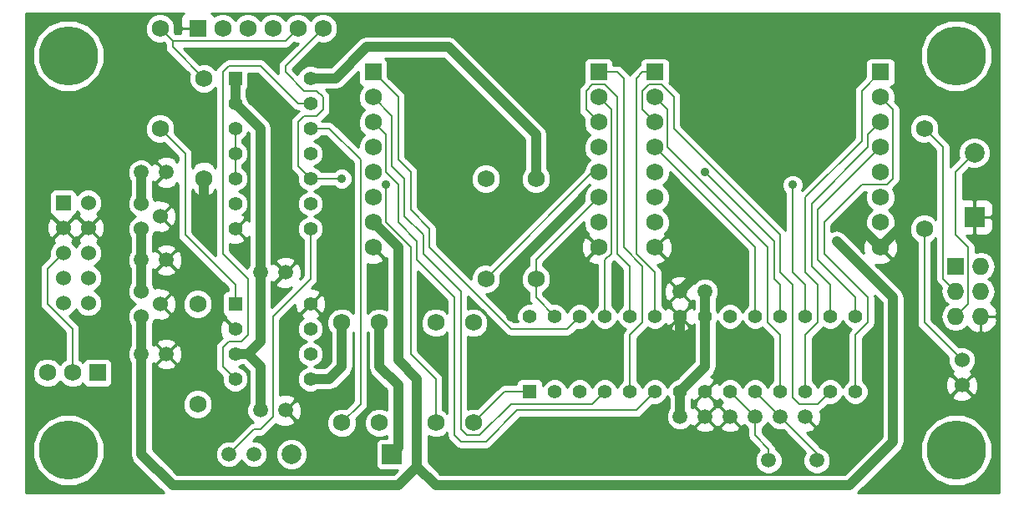
<source format=gtl>
%FSLAX36Y36*%
G04 Gerber Fmt 3.6, Leading zero omitted, Abs format (unit inch)*
G04 Created by KiCad (PCBNEW (2014-jul-16 BZR unknown)-product) date Sun 08 Feb 2015 09:31:18 PM PST*
%MOIN*%
G01*
G04 APERTURE LIST*
%ADD10C,0.003937*%
%ADD11C,0.059100*%
%ADD12C,0.078700*%
%ADD13R,0.078700X0.078700*%
%ADD14C,0.060000*%
%ADD15C,0.236220*%
%ADD16R,0.068000X0.068000*%
%ADD17C,0.068000*%
%ADD18R,0.060000X0.060000*%
%ADD19O,0.068000X0.068000*%
%ADD20R,0.055000X0.055000*%
%ADD21C,0.055000*%
%ADD22C,0.035000*%
%ADD23C,0.008000*%
%ADD24C,0.040000*%
%ADD25C,0.010000*%
G04 APERTURE END LIST*
D10*
D11*
X6575000Y-5575000D03*
X6675000Y-5575000D03*
X6675000Y-5075000D03*
X6575000Y-5075000D03*
X4900000Y-5000000D03*
X5000000Y-5000000D03*
X4900000Y-5550000D03*
X5000000Y-5550000D03*
X4425000Y-4600000D03*
X4525000Y-4600000D03*
X4425000Y-4950000D03*
X4525000Y-4950000D03*
X4775000Y-5725000D03*
X4875000Y-5725000D03*
X4425000Y-5325000D03*
X4525000Y-5325000D03*
X6875000Y-5575000D03*
X6775000Y-5575000D03*
X6975000Y-5575000D03*
X7075000Y-5575000D03*
D12*
X5025000Y-5725000D03*
D13*
X5425000Y-5725000D03*
D14*
X7700000Y-5350000D03*
X7700000Y-5450000D03*
D15*
X4133858Y-4133858D03*
X7677165Y-4133858D03*
X4133858Y-5708661D03*
X7677165Y-5708661D03*
D16*
X4250000Y-5400000D03*
D17*
X4150000Y-5400000D03*
X4050000Y-5400000D03*
D18*
X4113780Y-4721260D03*
D14*
X4213780Y-4721260D03*
X4113780Y-4821260D03*
X4213780Y-4821260D03*
X4113780Y-4921260D03*
X4213780Y-4921260D03*
X4113780Y-5021260D03*
X4213780Y-5021260D03*
X4113780Y-5121260D03*
X4213780Y-5121260D03*
D16*
X4650000Y-4025000D03*
D17*
X4750000Y-4025000D03*
X4850000Y-4025000D03*
X4950000Y-4025000D03*
X5050000Y-4025000D03*
X5150000Y-4025000D03*
D16*
X5350000Y-4200000D03*
X6250000Y-4200000D03*
D17*
X5350000Y-4300000D03*
X5350000Y-4400000D03*
X5350000Y-4500000D03*
X5350000Y-4600000D03*
X5350000Y-4700000D03*
X5350000Y-4800000D03*
X5350000Y-4900000D03*
X6250000Y-4300000D03*
X6250000Y-4400000D03*
X6250000Y-4500000D03*
X6250000Y-4600000D03*
X6250000Y-4700000D03*
X6250000Y-4800000D03*
X6250000Y-4900000D03*
D16*
X6475000Y-4200000D03*
X7375000Y-4200000D03*
D17*
X6475000Y-4300000D03*
X6475000Y-4400000D03*
X6475000Y-4500000D03*
X6475000Y-4600000D03*
X6475000Y-4700000D03*
X6475000Y-4800000D03*
X6475000Y-4900000D03*
X7375000Y-4300000D03*
X7375000Y-4400000D03*
X7375000Y-4500000D03*
X7375000Y-4600000D03*
X7375000Y-4700000D03*
X7375000Y-4800000D03*
X7375000Y-4900000D03*
D16*
X7675000Y-4975000D03*
D19*
X7775000Y-4975000D03*
X7675000Y-5075000D03*
X7775000Y-5075000D03*
X7675000Y-5175000D03*
X7775000Y-5175000D03*
D17*
X4500000Y-4025000D03*
X4500000Y-4425000D03*
X4675000Y-4625000D03*
X4675000Y-4225000D03*
X4650000Y-5125000D03*
X4650000Y-5525000D03*
X5600000Y-5600000D03*
X5600000Y-5200000D03*
X6000000Y-5025000D03*
X6000000Y-4625000D03*
X5225000Y-5600000D03*
X5225000Y-5200000D03*
X5375000Y-5600000D03*
X5375000Y-5200000D03*
X5750000Y-5600000D03*
X5750000Y-5200000D03*
X7550000Y-4825000D03*
X7550000Y-4425000D03*
X5800000Y-5025000D03*
X5800000Y-4625000D03*
D13*
X7750000Y-4778000D03*
D12*
X7750000Y-4522000D03*
D20*
X4800000Y-4225000D03*
D21*
X4800000Y-4325000D03*
X4800000Y-4425000D03*
X4800000Y-4525000D03*
X4800000Y-4625000D03*
X4800000Y-4725000D03*
X4800000Y-4825000D03*
X5100000Y-4825000D03*
X5100000Y-4725000D03*
X5100000Y-4625000D03*
X5100000Y-4525000D03*
X5100000Y-4425000D03*
X5100000Y-4325000D03*
X5100000Y-4225000D03*
D14*
X4425000Y-4725000D03*
X4500000Y-4775000D03*
X4425000Y-4825000D03*
D20*
X4800000Y-5125000D03*
D21*
X4800000Y-5225000D03*
X4800000Y-5325000D03*
X4800000Y-5425000D03*
X5100000Y-5425000D03*
X5100000Y-5325000D03*
X5100000Y-5225000D03*
X5100000Y-5125000D03*
D14*
X4425000Y-5075000D03*
X4500000Y-5125000D03*
X4425000Y-5175000D03*
D21*
X6075000Y-5475000D03*
X6175000Y-5475000D03*
X6275000Y-5475000D03*
X6375000Y-5475000D03*
X6475000Y-5475000D03*
X6575000Y-5475000D03*
X6675000Y-5475000D03*
X6775000Y-5475000D03*
X6875000Y-5475000D03*
X6975000Y-5475000D03*
X7075000Y-5475000D03*
X7175000Y-5475000D03*
X7275000Y-5475000D03*
D20*
X5975000Y-5475000D03*
D21*
X7275000Y-5175000D03*
X7175000Y-5175000D03*
X7075000Y-5175000D03*
X6975000Y-5175000D03*
X6875000Y-5175000D03*
X6775000Y-5175000D03*
X6675000Y-5175000D03*
X6575000Y-5175000D03*
X6475000Y-5175000D03*
X6375000Y-5175000D03*
X6275000Y-5175000D03*
X6175000Y-5175000D03*
X6075000Y-5175000D03*
X5975000Y-5175000D03*
D11*
X6928900Y-5750000D03*
X7121100Y-5750000D03*
D22*
X6575000Y-5375000D03*
X6200000Y-5375000D03*
X5950000Y-5375000D03*
X5900000Y-5175000D03*
X5900000Y-5000000D03*
X5800000Y-4900000D03*
X5775000Y-5375000D03*
X5625000Y-5275000D03*
X5675000Y-4625000D03*
X5625000Y-4350000D03*
X4950000Y-4150000D03*
X5100000Y-4150000D03*
X5250000Y-4025000D03*
X4550000Y-4200000D03*
X4675000Y-4750000D03*
X4975000Y-4700000D03*
X5200000Y-4525000D03*
X5575000Y-5100000D03*
X5225000Y-4800000D03*
X5175000Y-4950000D03*
X5375000Y-5050000D03*
X4675000Y-5325000D03*
X4700000Y-5450000D03*
X4300000Y-4825000D03*
X4350000Y-5250000D03*
X4525000Y-5225000D03*
X4350000Y-5475000D03*
X4525000Y-5500000D03*
X5350000Y-5475000D03*
X5750000Y-5750000D03*
X5125000Y-5775000D03*
X5125000Y-5600000D03*
X6050000Y-4350000D03*
X6325000Y-5050000D03*
X6150000Y-5000000D03*
X6825000Y-4500000D03*
X6700000Y-4950000D03*
X6825000Y-4600000D03*
X6950000Y-4750000D03*
X6625000Y-4750000D03*
X7300000Y-4750000D03*
X7475000Y-4750000D03*
X7200000Y-5350000D03*
X7500000Y-5025000D03*
X7500000Y-5175000D03*
X7350000Y-5350000D03*
X7500000Y-5350000D03*
X6900000Y-5350000D03*
X5250000Y-4375000D03*
X5400000Y-4650000D03*
X5225000Y-4625000D03*
X7200000Y-4875000D03*
X7025000Y-4650000D03*
X6675000Y-4600000D03*
D23*
X7625000Y-5025000D02*
X7625000Y-4500000D01*
X7625000Y-4500000D02*
X7550000Y-4425000D01*
X7675000Y-5075000D02*
X7625000Y-5025000D01*
X6875000Y-4900000D02*
X6475000Y-4500000D01*
X6875000Y-5175000D02*
X6875000Y-4900000D01*
D24*
X6575000Y-5375000D02*
X6575000Y-5175000D01*
X6200000Y-5375000D02*
X5950000Y-5375000D01*
X5900000Y-5175000D02*
X5900000Y-5000000D01*
X5950000Y-5375000D02*
X5775000Y-5375000D01*
X5675000Y-4625000D02*
X5625000Y-4575000D01*
X5625000Y-4575000D02*
X5625000Y-4350000D01*
X5150000Y-4150000D02*
X5100000Y-4150000D01*
X5250000Y-4050000D02*
X5150000Y-4150000D01*
X5250000Y-4025000D02*
X5250000Y-4050000D01*
X4675000Y-4625000D02*
X4675000Y-4750000D01*
X5225000Y-4800000D02*
X5225000Y-4900000D01*
X5225000Y-4900000D02*
X5175000Y-4950000D01*
X4675000Y-5325000D02*
X4700000Y-5350000D01*
X4700000Y-5350000D02*
X4700000Y-5450000D01*
X4300000Y-4825000D02*
X4300000Y-5200000D01*
X4300000Y-5200000D02*
X4350000Y-5250000D01*
X4350000Y-5250000D02*
X4350000Y-5475000D01*
X5125000Y-5600000D02*
X5125000Y-5775000D01*
X6700000Y-4950000D02*
X6625000Y-4875000D01*
X6700000Y-4950000D02*
X6575000Y-5075000D01*
X6950000Y-4725000D02*
X6825000Y-4600000D01*
X6950000Y-4750000D02*
X6950000Y-4725000D01*
X6625000Y-4875000D02*
X6625000Y-4750000D01*
X6825000Y-4500000D02*
X6825000Y-4600000D01*
X7300000Y-4750000D02*
X7300000Y-4825000D01*
X7300000Y-4825000D02*
X7375000Y-4900000D01*
X7475000Y-4800000D02*
X7475000Y-4750000D01*
X7375000Y-4900000D02*
X7475000Y-4800000D01*
X7500000Y-5175000D02*
X7500000Y-5350000D01*
X7500000Y-5025000D02*
X7500000Y-5175000D01*
D23*
X6775000Y-5475000D02*
X6875000Y-5575000D01*
X6928900Y-5703900D02*
X6875000Y-5650000D01*
X6875000Y-5650000D02*
X6875000Y-5575000D01*
X6928900Y-5750000D02*
X6928900Y-5703900D01*
X7725000Y-5125000D02*
X7725000Y-4900000D01*
X7725000Y-4900000D02*
X7675000Y-4850000D01*
X7675000Y-4850000D02*
X7675000Y-4597000D01*
X7675000Y-4597000D02*
X7750000Y-4522000D01*
X7675000Y-5175000D02*
X7725000Y-5125000D01*
X5875000Y-5475000D02*
X5750000Y-5600000D01*
X5975000Y-5475000D02*
X5875000Y-5475000D01*
X5300000Y-5525000D02*
X5225000Y-5600000D01*
X5175000Y-4425000D02*
X5300000Y-4550000D01*
X5300000Y-4550000D02*
X5300000Y-5525000D01*
X5100000Y-4425000D02*
X5175000Y-4425000D01*
X5000000Y-4075000D02*
X4550000Y-4075000D01*
X4550000Y-4075000D02*
X4500000Y-4025000D01*
X5050000Y-4025000D02*
X5000000Y-4075000D01*
X4550000Y-4100000D02*
X4550000Y-4075000D01*
X4675000Y-4225000D02*
X4550000Y-4100000D01*
X5000000Y-4175000D02*
X5150000Y-4025000D01*
X5050000Y-4575000D02*
X5050000Y-4400000D01*
X5100000Y-4625000D02*
X5050000Y-4575000D01*
X5000000Y-4200000D02*
X5075000Y-4275000D01*
X5075000Y-4275000D02*
X5125000Y-4275000D01*
X5125000Y-4275000D02*
X5150000Y-4300000D01*
X5150000Y-4300000D02*
X5150000Y-4350000D01*
X5150000Y-4350000D02*
X5125000Y-4375000D01*
X5125000Y-4375000D02*
X5075000Y-4375000D01*
X5075000Y-4375000D02*
X5050000Y-4400000D01*
X5000000Y-4175000D02*
X5000000Y-4200000D01*
X5225000Y-4625000D02*
X5100000Y-4625000D01*
X5500000Y-5325000D02*
X5500000Y-4900000D01*
X5600000Y-5425000D02*
X5500000Y-5325000D01*
X5600000Y-5600000D02*
X5600000Y-5425000D01*
X5400000Y-4800000D02*
X5500000Y-4900000D01*
X5400000Y-4650000D02*
X5400000Y-4800000D01*
X4800000Y-5050000D02*
X4600000Y-4850000D01*
X4600000Y-4850000D02*
X4600000Y-4525000D01*
X4600000Y-4525000D02*
X4500000Y-4425000D01*
X4800000Y-5125000D02*
X4800000Y-5050000D01*
X4150000Y-5225000D02*
X4050000Y-5125000D01*
X4050000Y-5125000D02*
X4050000Y-4985039D01*
X4050000Y-4985039D02*
X4113780Y-4921260D01*
X4150000Y-5400000D02*
X4150000Y-5225000D01*
X7550000Y-5200000D02*
X7550000Y-4825000D01*
X7700000Y-5350000D02*
X7550000Y-5200000D01*
D24*
X4425000Y-4725000D02*
X4425000Y-4600000D01*
X4425000Y-5325000D02*
X4425000Y-5175000D01*
X4425000Y-5725000D02*
X4550000Y-5850000D01*
X4550000Y-5850000D02*
X5450000Y-5850000D01*
X5450000Y-5850000D02*
X5525000Y-5775000D01*
X5525000Y-5775000D02*
X5525000Y-5425000D01*
X5450000Y-4900000D02*
X5350000Y-4800000D01*
X4425000Y-5325000D02*
X4425000Y-5725000D01*
X5600000Y-5850000D02*
X7250000Y-5850000D01*
X7250000Y-5850000D02*
X7425000Y-5675000D01*
X7425000Y-5675000D02*
X7425000Y-5100000D01*
X7425000Y-5100000D02*
X7200000Y-4875000D01*
X5525000Y-5775000D02*
X5600000Y-5850000D01*
X5450000Y-5350000D02*
X5450000Y-4900000D01*
X5525000Y-5425000D02*
X5450000Y-5350000D01*
D23*
X7121100Y-5721100D02*
X6975000Y-5575000D01*
X7121100Y-5750000D02*
X7121100Y-5721100D01*
X6975000Y-5575000D02*
X6875000Y-5475000D01*
X5050000Y-4325000D02*
X4900000Y-4175000D01*
X4900000Y-4175000D02*
X4775000Y-4175000D01*
X4775000Y-4175000D02*
X4750000Y-4200000D01*
X4750000Y-4200000D02*
X4750000Y-4925000D01*
X4750000Y-4925000D02*
X4850000Y-5025000D01*
X4850000Y-5025000D02*
X4850000Y-5250000D01*
X4850000Y-5250000D02*
X4825000Y-5275000D01*
X4825000Y-5275000D02*
X4775000Y-5275000D01*
X4775000Y-5275000D02*
X4750000Y-5300000D01*
X4750000Y-5300000D02*
X4750000Y-5375000D01*
X4750000Y-5375000D02*
X4800000Y-5425000D01*
X5100000Y-4325000D02*
X5050000Y-4325000D01*
X4800000Y-4625000D02*
X4800000Y-4525000D01*
X4800000Y-4525000D02*
X4800000Y-4425000D01*
X4875000Y-5625000D02*
X4900000Y-5625000D01*
X4900000Y-5625000D02*
X4950000Y-5575000D01*
X4950000Y-5575000D02*
X4950000Y-5175000D01*
X4775000Y-5725000D02*
X4875000Y-5625000D01*
X5100000Y-5025000D02*
X4950000Y-5175000D01*
X5100000Y-4825000D02*
X5100000Y-5025000D01*
D24*
X4425000Y-4950000D02*
X4425000Y-4825000D01*
X4425000Y-5075000D02*
X4425000Y-4950000D01*
X4900000Y-5000000D02*
X4900000Y-4425000D01*
X4900000Y-5275000D02*
X4850000Y-5325000D01*
X4850000Y-5325000D02*
X4800000Y-5325000D01*
X4900000Y-5000000D02*
X4900000Y-5275000D01*
X4900000Y-5375000D02*
X4900000Y-5550000D01*
X4850000Y-5325000D02*
X4900000Y-5375000D01*
X6675000Y-5175000D02*
X6675000Y-5075000D01*
X6575000Y-5575000D02*
X6575000Y-5475000D01*
X6675000Y-5375000D02*
X6675000Y-5175000D01*
X6575000Y-5475000D02*
X6675000Y-5375000D01*
X6000000Y-4450000D02*
X6000000Y-4625000D01*
X5650000Y-4100000D02*
X6000000Y-4450000D01*
X5325000Y-4100000D02*
X5650000Y-4100000D01*
X5175000Y-5425000D02*
X5225000Y-5375000D01*
X5225000Y-5375000D02*
X5225000Y-5200000D01*
X5100000Y-5425000D02*
X5175000Y-5425000D01*
X4800000Y-4325000D02*
X4900000Y-4425000D01*
X4800000Y-4325000D02*
X4800000Y-4225000D01*
X5375000Y-5375000D02*
X5375000Y-5200000D01*
X5450000Y-5450000D02*
X5375000Y-5375000D01*
X5450000Y-5700000D02*
X5450000Y-5450000D01*
X5425000Y-5725000D02*
X5450000Y-5700000D01*
X5200000Y-4225000D02*
X5325000Y-4100000D01*
X5100000Y-4225000D02*
X5200000Y-4225000D01*
D23*
X5425000Y-4375000D02*
X5350000Y-4300000D01*
X5775000Y-5650000D02*
X5725000Y-5650000D01*
X5725000Y-5650000D02*
X5700000Y-5625000D01*
X5700000Y-5625000D02*
X5700000Y-5075000D01*
X6275000Y-5475000D02*
X6225000Y-5525000D01*
X5550000Y-4925000D02*
X5550000Y-4850000D01*
X5700000Y-5075000D02*
X5550000Y-4925000D01*
X5900000Y-5525000D02*
X5775000Y-5650000D01*
X6225000Y-5525000D02*
X5900000Y-5525000D01*
X5425000Y-4575000D02*
X5475000Y-4625000D01*
X5475000Y-4625000D02*
X5475000Y-4775000D01*
X5475000Y-4775000D02*
X5550000Y-4850000D01*
X5425000Y-4375000D02*
X5425000Y-4575000D01*
X6375000Y-5250000D02*
X6425000Y-5200000D01*
X6425000Y-5200000D02*
X6425000Y-4975000D01*
X6425000Y-4975000D02*
X6350000Y-4900000D01*
X6375000Y-5475000D02*
X6375000Y-5250000D01*
X6325000Y-4200000D02*
X6350000Y-4225000D01*
X6350000Y-4225000D02*
X6350000Y-4900000D01*
X6250000Y-4200000D02*
X6325000Y-4200000D01*
X5400000Y-4450000D02*
X5350000Y-4400000D01*
X5800000Y-5675000D02*
X5700000Y-5675000D01*
X5700000Y-5675000D02*
X5675000Y-5650000D01*
X5675000Y-5650000D02*
X5675000Y-5100000D01*
X5675000Y-5100000D02*
X5525000Y-4950000D01*
X5525000Y-4950000D02*
X5525000Y-4875000D01*
X6475000Y-5475000D02*
X6400000Y-5550000D01*
X5925000Y-5550000D02*
X5800000Y-5675000D01*
X6400000Y-5550000D02*
X5925000Y-5550000D01*
X5400000Y-4600000D02*
X5450000Y-4650000D01*
X5450000Y-4650000D02*
X5450000Y-4800000D01*
X5450000Y-4800000D02*
X5525000Y-4875000D01*
X5400000Y-4450000D02*
X5400000Y-4600000D01*
X6975000Y-5250000D02*
X6925000Y-5200000D01*
X6925000Y-5200000D02*
X6925000Y-4900000D01*
X6975000Y-5475000D02*
X6975000Y-5250000D01*
X6525000Y-4350000D02*
X6525000Y-4500000D01*
X6525000Y-4500000D02*
X6925000Y-4900000D01*
X6475000Y-4300000D02*
X6525000Y-4350000D01*
X7300000Y-4275000D02*
X7375000Y-4200000D01*
X7075000Y-5250000D02*
X7125000Y-5200000D01*
X7125000Y-5200000D02*
X7125000Y-5050000D01*
X7125000Y-5050000D02*
X7075000Y-5000000D01*
X7075000Y-5000000D02*
X7075000Y-4700000D01*
X7075000Y-5475000D02*
X7075000Y-5250000D01*
X7300000Y-4475000D02*
X7075000Y-4700000D01*
X7300000Y-4275000D02*
X7300000Y-4475000D01*
X7125000Y-5525000D02*
X7050000Y-5525000D01*
X7050000Y-5525000D02*
X7025000Y-5500000D01*
X7025000Y-5500000D02*
X7025000Y-5050000D01*
X7025000Y-5050000D02*
X6975000Y-5000000D01*
X6975000Y-5000000D02*
X6975000Y-4850000D01*
X7175000Y-5475000D02*
X7125000Y-5525000D01*
X6425000Y-4350000D02*
X6425000Y-4275000D01*
X6425000Y-4275000D02*
X6450000Y-4250000D01*
X6450000Y-4250000D02*
X6500000Y-4250000D01*
X6475000Y-4400000D02*
X6425000Y-4350000D01*
X6550000Y-4425000D02*
X6550000Y-4300000D01*
X6550000Y-4300000D02*
X6500000Y-4250000D01*
X6975000Y-4850000D02*
X6550000Y-4425000D01*
X7275000Y-5250000D02*
X7325000Y-5200000D01*
X7325000Y-5200000D02*
X7325000Y-5100000D01*
X7325000Y-5100000D02*
X7150000Y-4925000D01*
X7150000Y-4925000D02*
X7150000Y-4800000D01*
X7150000Y-4800000D02*
X7300000Y-4650000D01*
X7300000Y-4650000D02*
X7400000Y-4650000D01*
X7400000Y-4650000D02*
X7425000Y-4625000D01*
X7425000Y-4625000D02*
X7425000Y-4350000D01*
X7425000Y-4350000D02*
X7375000Y-4300000D01*
X7275000Y-5475000D02*
X7275000Y-5250000D01*
X7275000Y-5100000D02*
X7125000Y-4950000D01*
X7125000Y-4950000D02*
X7125000Y-4750000D01*
X7125000Y-4750000D02*
X7375000Y-4500000D01*
X7275000Y-5175000D02*
X7275000Y-5100000D01*
X7325000Y-4450000D02*
X7375000Y-4400000D01*
X7175000Y-5050000D02*
X7100000Y-4975000D01*
X7100000Y-4975000D02*
X7100000Y-4725000D01*
X7175000Y-5175000D02*
X7175000Y-5050000D01*
X7325000Y-4500000D02*
X7100000Y-4725000D01*
X7325000Y-4450000D02*
X7325000Y-4500000D01*
X7075000Y-5050000D02*
X7050000Y-5025000D01*
X7050000Y-5025000D02*
X7050000Y-5025000D01*
X7050000Y-5025000D02*
X7025000Y-5000000D01*
X7025000Y-5000000D02*
X7025000Y-4650000D01*
X7075000Y-5175000D02*
X7075000Y-5050000D01*
X6975000Y-5075000D02*
X6975000Y-5050000D01*
X6975000Y-5050000D02*
X6950000Y-5025000D01*
X6950000Y-5025000D02*
X6950000Y-4875000D01*
X6975000Y-5175000D02*
X6975000Y-5075000D01*
X6950000Y-4875000D02*
X6675000Y-4600000D01*
X6475000Y-5000000D02*
X6400000Y-4925000D01*
X6475000Y-5175000D02*
X6475000Y-5000000D01*
X6425000Y-4200000D02*
X6400000Y-4225000D01*
X6400000Y-4225000D02*
X6400000Y-4925000D01*
X6475000Y-4200000D02*
X6425000Y-4200000D01*
X6225000Y-4250000D02*
X6200000Y-4275000D01*
X6200000Y-4275000D02*
X6200000Y-4350000D01*
X6200000Y-4350000D02*
X6250000Y-4400000D01*
X6375000Y-5175000D02*
X6375000Y-4975000D01*
X6325000Y-4300000D02*
X6275000Y-4250000D01*
X6325000Y-4925000D02*
X6325000Y-4300000D01*
X6375000Y-4975000D02*
X6325000Y-4925000D01*
X6275000Y-4250000D02*
X6225000Y-4250000D01*
X6275000Y-4950000D02*
X6300000Y-4925000D01*
X6300000Y-4925000D02*
X6300000Y-4350000D01*
X6300000Y-4350000D02*
X6250000Y-4300000D01*
X6275000Y-5175000D02*
X6275000Y-4950000D01*
X5450000Y-4300000D02*
X5350000Y-4200000D01*
X6125000Y-5225000D02*
X5900000Y-5225000D01*
X5900000Y-5225000D02*
X5575000Y-4900000D01*
X5575000Y-4900000D02*
X5575000Y-4825000D01*
X6175000Y-5175000D02*
X6125000Y-5225000D01*
X5450000Y-4550000D02*
X5500000Y-4600000D01*
X5500000Y-4600000D02*
X5500000Y-4750000D01*
X5500000Y-4750000D02*
X5575000Y-4825000D01*
X5450000Y-4300000D02*
X5450000Y-4550000D01*
X6000000Y-5100000D02*
X6075000Y-5175000D01*
X6000000Y-5025000D02*
X6000000Y-5100000D01*
X6250000Y-4700000D02*
X6000000Y-4950000D01*
X6000000Y-4950000D02*
X6000000Y-5025000D01*
X6250000Y-4700000D02*
X6250000Y-4700000D01*
X6225000Y-4600000D02*
X6250000Y-4600000D01*
X5800000Y-5025000D02*
X6225000Y-4600000D01*
D25*
G36*
X4676971Y-4625557D02*
X4675557Y-4626971D01*
X4675000Y-4626414D01*
X4674443Y-4626971D01*
X4673029Y-4625557D01*
X4673586Y-4625000D01*
X4673029Y-4624443D01*
X4674443Y-4623029D01*
X4675000Y-4623586D01*
X4675557Y-4623029D01*
X4676971Y-4624443D01*
X4676414Y-4625000D01*
X4676971Y-4625557D01*
X4676971Y-4625557D01*
G37*
X4676971Y-4625557D02*
X4675557Y-4626971D01*
X4675000Y-4626414D01*
X4674443Y-4626971D01*
X4673029Y-4625557D01*
X4673586Y-4625000D01*
X4673029Y-4624443D01*
X4674443Y-4623029D01*
X4675000Y-4623586D01*
X4675557Y-4623029D01*
X4676971Y-4624443D01*
X4676414Y-4625000D01*
X4676971Y-4625557D01*
G36*
X4722238Y-4931226D02*
X4717846Y-4926834D01*
X4629000Y-4837988D01*
X4629000Y-4672414D01*
X4632154Y-4669260D01*
X4634461Y-4682498D01*
X4659551Y-4693634D01*
X4686992Y-4694322D01*
X4712608Y-4684456D01*
X4715539Y-4682498D01*
X4717846Y-4669260D01*
X4717846Y-4669261D01*
X4721000Y-4672414D01*
X4721000Y-4925000D01*
X4722238Y-4931226D01*
X4722238Y-4931226D01*
G37*
X4722238Y-4931226D02*
X4717846Y-4926834D01*
X4629000Y-4837988D01*
X4629000Y-4672414D01*
X4632154Y-4669260D01*
X4634461Y-4682498D01*
X4659551Y-4693634D01*
X4686992Y-4694322D01*
X4712608Y-4684456D01*
X4715539Y-4682498D01*
X4717846Y-4669260D01*
X4717846Y-4669261D01*
X4721000Y-4672414D01*
X4721000Y-4925000D01*
X4722238Y-4931226D01*
G36*
X4855000Y-4967843D02*
X4853782Y-4969060D01*
X4848292Y-4982280D01*
X4779000Y-4912988D01*
X4779000Y-4884051D01*
X4786098Y-4887190D01*
X4810955Y-4887776D01*
X4834145Y-4878805D01*
X4836643Y-4877136D01*
X4838159Y-4864573D01*
X4800000Y-4826414D01*
X4799443Y-4826971D01*
X4798029Y-4825557D01*
X4798586Y-4825000D01*
X4798029Y-4824443D01*
X4799443Y-4823029D01*
X4800000Y-4823586D01*
X4838159Y-4785427D01*
X4836643Y-4772864D01*
X4829394Y-4769660D01*
X4829700Y-4769533D01*
X4844481Y-4754778D01*
X4852491Y-4735489D01*
X4852509Y-4714603D01*
X4844533Y-4695300D01*
X4829778Y-4680519D01*
X4816478Y-4674996D01*
X4829700Y-4669533D01*
X4844481Y-4654778D01*
X4852491Y-4635489D01*
X4852509Y-4614603D01*
X4844533Y-4595300D01*
X4829778Y-4580519D01*
X4829000Y-4580196D01*
X4829000Y-4569823D01*
X4829700Y-4569533D01*
X4844481Y-4554778D01*
X4852491Y-4535489D01*
X4852509Y-4514603D01*
X4844533Y-4495300D01*
X4829778Y-4480519D01*
X4829000Y-4480196D01*
X4829000Y-4469823D01*
X4829700Y-4469533D01*
X4844481Y-4454778D01*
X4850836Y-4439475D01*
X4855000Y-4443640D01*
X4855000Y-4793945D01*
X4853805Y-4790855D01*
X4852136Y-4788357D01*
X4839573Y-4786841D01*
X4801414Y-4825000D01*
X4839573Y-4863159D01*
X4852136Y-4861643D01*
X4855000Y-4855164D01*
X4855000Y-4967843D01*
X4855000Y-4967843D01*
G37*
X4855000Y-4967843D02*
X4853782Y-4969060D01*
X4848292Y-4982280D01*
X4779000Y-4912988D01*
X4779000Y-4884051D01*
X4786098Y-4887190D01*
X4810955Y-4887776D01*
X4834145Y-4878805D01*
X4836643Y-4877136D01*
X4838159Y-4864573D01*
X4800000Y-4826414D01*
X4799443Y-4826971D01*
X4798029Y-4825557D01*
X4798586Y-4825000D01*
X4798029Y-4824443D01*
X4799443Y-4823029D01*
X4800000Y-4823586D01*
X4838159Y-4785427D01*
X4836643Y-4772864D01*
X4829394Y-4769660D01*
X4829700Y-4769533D01*
X4844481Y-4754778D01*
X4852491Y-4735489D01*
X4852509Y-4714603D01*
X4844533Y-4695300D01*
X4829778Y-4680519D01*
X4816478Y-4674996D01*
X4829700Y-4669533D01*
X4844481Y-4654778D01*
X4852491Y-4635489D01*
X4852509Y-4614603D01*
X4844533Y-4595300D01*
X4829778Y-4580519D01*
X4829000Y-4580196D01*
X4829000Y-4569823D01*
X4829700Y-4569533D01*
X4844481Y-4554778D01*
X4852491Y-4535489D01*
X4852509Y-4514603D01*
X4844533Y-4495300D01*
X4829778Y-4480519D01*
X4829000Y-4480196D01*
X4829000Y-4469823D01*
X4829700Y-4469533D01*
X4844481Y-4454778D01*
X4850836Y-4439475D01*
X4855000Y-4443640D01*
X4855000Y-4793945D01*
X4853805Y-4790855D01*
X4852136Y-4788357D01*
X4839573Y-4786841D01*
X4801414Y-4825000D01*
X4839573Y-4863159D01*
X4852136Y-4861643D01*
X4855000Y-4855164D01*
X4855000Y-4967843D01*
G36*
X5049988Y-4084000D02*
X4979494Y-4154494D01*
X4973207Y-4163902D01*
X4971000Y-4175000D01*
X4971000Y-4200000D01*
X4972238Y-4206226D01*
X4920506Y-4154494D01*
X4911098Y-4148207D01*
X4900000Y-4146000D01*
X4775000Y-4146000D01*
X4763902Y-4148207D01*
X4754494Y-4154494D01*
X4729494Y-4179494D01*
X4723207Y-4188902D01*
X4723062Y-4189634D01*
X4708464Y-4175011D01*
X4686787Y-4166010D01*
X4663316Y-4165990D01*
X4658848Y-4167836D01*
X4595012Y-4104000D01*
X5000000Y-4104000D01*
X5011098Y-4101793D01*
X5020506Y-4095506D01*
X5033839Y-4082173D01*
X5038213Y-4083990D01*
X5049988Y-4084000D01*
X5049988Y-4084000D01*
G37*
X5049988Y-4084000D02*
X4979494Y-4154494D01*
X4973207Y-4163902D01*
X4971000Y-4175000D01*
X4971000Y-4200000D01*
X4972238Y-4206226D01*
X4920506Y-4154494D01*
X4911098Y-4148207D01*
X4900000Y-4146000D01*
X4775000Y-4146000D01*
X4763902Y-4148207D01*
X4754494Y-4154494D01*
X4729494Y-4179494D01*
X4723207Y-4188902D01*
X4723062Y-4189634D01*
X4708464Y-4175011D01*
X4686787Y-4166010D01*
X4663316Y-4165990D01*
X4658848Y-4167836D01*
X4595012Y-4104000D01*
X5000000Y-4104000D01*
X5011098Y-4101793D01*
X5020506Y-4095506D01*
X5033839Y-4082173D01*
X5038213Y-4083990D01*
X5049988Y-4084000D01*
G36*
X5083521Y-4775004D02*
X5070300Y-4780467D01*
X5055519Y-4795222D01*
X5047509Y-4814511D01*
X5047491Y-4835397D01*
X5055467Y-4854700D01*
X5070222Y-4869481D01*
X5071000Y-4869804D01*
X5071000Y-5012988D01*
X5059952Y-5024036D01*
X5064222Y-5014390D01*
X5064840Y-4988718D01*
X5055587Y-4964763D01*
X5053827Y-4962129D01*
X5041052Y-4960363D01*
X5039637Y-4961777D01*
X5039637Y-4958948D01*
X5037871Y-4946173D01*
X5014390Y-4935778D01*
X4988718Y-4935160D01*
X4964763Y-4944413D01*
X4962129Y-4946173D01*
X4960363Y-4958948D01*
X5000000Y-4998586D01*
X5039637Y-4958948D01*
X5039637Y-4961777D01*
X5001414Y-5000000D01*
X5001971Y-5000557D01*
X5000557Y-5001971D01*
X5000000Y-5001414D01*
X4960363Y-5041052D01*
X4962129Y-5053827D01*
X4985610Y-5064222D01*
X5011282Y-5064840D01*
X5024098Y-5059890D01*
X4945000Y-5138988D01*
X4945000Y-5036116D01*
X4946173Y-5037871D01*
X4958948Y-5039637D01*
X4998586Y-5000000D01*
X4958948Y-4960363D01*
X4946173Y-4962129D01*
X4945000Y-4964779D01*
X4945000Y-4425000D01*
X4941575Y-4407779D01*
X4931820Y-4393180D01*
X4851993Y-4313353D01*
X4845000Y-4296429D01*
X4845000Y-4270355D01*
X4848694Y-4266661D01*
X4852500Y-4257473D01*
X4852500Y-4247527D01*
X4852500Y-4204000D01*
X4887988Y-4204000D01*
X5029494Y-4345506D01*
X5038902Y-4351793D01*
X5038902Y-4351793D01*
X5050000Y-4354000D01*
X5055177Y-4354000D01*
X5055189Y-4354029D01*
X5054494Y-4354494D01*
X5029494Y-4379494D01*
X5023207Y-4388902D01*
X5021000Y-4400000D01*
X5021000Y-4575000D01*
X5023207Y-4586098D01*
X5029494Y-4595506D01*
X5047800Y-4613812D01*
X5047509Y-4614511D01*
X5047491Y-4635397D01*
X5055467Y-4654700D01*
X5070222Y-4669481D01*
X5083521Y-4675004D01*
X5070300Y-4680467D01*
X5055519Y-4695222D01*
X5047509Y-4714511D01*
X5047491Y-4735397D01*
X5055467Y-4754700D01*
X5070222Y-4769481D01*
X5083521Y-4775004D01*
X5083521Y-4775004D01*
G37*
X5083521Y-4775004D02*
X5070300Y-4780467D01*
X5055519Y-4795222D01*
X5047509Y-4814511D01*
X5047491Y-4835397D01*
X5055467Y-4854700D01*
X5070222Y-4869481D01*
X5071000Y-4869804D01*
X5071000Y-5012988D01*
X5059952Y-5024036D01*
X5064222Y-5014390D01*
X5064840Y-4988718D01*
X5055587Y-4964763D01*
X5053827Y-4962129D01*
X5041052Y-4960363D01*
X5039637Y-4961777D01*
X5039637Y-4958948D01*
X5037871Y-4946173D01*
X5014390Y-4935778D01*
X4988718Y-4935160D01*
X4964763Y-4944413D01*
X4962129Y-4946173D01*
X4960363Y-4958948D01*
X5000000Y-4998586D01*
X5039637Y-4958948D01*
X5039637Y-4961777D01*
X5001414Y-5000000D01*
X5001971Y-5000557D01*
X5000557Y-5001971D01*
X5000000Y-5001414D01*
X4960363Y-5041052D01*
X4962129Y-5053827D01*
X4985610Y-5064222D01*
X5011282Y-5064840D01*
X5024098Y-5059890D01*
X4945000Y-5138988D01*
X4945000Y-5036116D01*
X4946173Y-5037871D01*
X4958948Y-5039637D01*
X4998586Y-5000000D01*
X4958948Y-4960363D01*
X4946173Y-4962129D01*
X4945000Y-4964779D01*
X4945000Y-4425000D01*
X4941575Y-4407779D01*
X4931820Y-4393180D01*
X4851993Y-4313353D01*
X4845000Y-4296429D01*
X4845000Y-4270355D01*
X4848694Y-4266661D01*
X4852500Y-4257473D01*
X4852500Y-4247527D01*
X4852500Y-4204000D01*
X4887988Y-4204000D01*
X5029494Y-4345506D01*
X5038902Y-4351793D01*
X5038902Y-4351793D01*
X5050000Y-4354000D01*
X5055177Y-4354000D01*
X5055189Y-4354029D01*
X5054494Y-4354494D01*
X5029494Y-4379494D01*
X5023207Y-4388902D01*
X5021000Y-4400000D01*
X5021000Y-4575000D01*
X5023207Y-4586098D01*
X5029494Y-4595506D01*
X5047800Y-4613812D01*
X5047509Y-4614511D01*
X5047491Y-4635397D01*
X5055467Y-4654700D01*
X5070222Y-4669481D01*
X5083521Y-4675004D01*
X5070300Y-4680467D01*
X5055519Y-4695222D01*
X5047509Y-4714511D01*
X5047491Y-4735397D01*
X5055467Y-4754700D01*
X5070222Y-4769481D01*
X5083521Y-4775004D01*
G36*
X5316572Y-4450004D02*
X5300011Y-4466536D01*
X5291010Y-4488213D01*
X5291000Y-4499988D01*
X5195506Y-4404494D01*
X5186098Y-4398207D01*
X5175000Y-4396000D01*
X5144823Y-4396000D01*
X5144810Y-4395971D01*
X5145506Y-4395506D01*
X5170506Y-4370506D01*
X5176793Y-4361098D01*
X5176793Y-4361098D01*
X5179000Y-4350000D01*
X5179000Y-4300000D01*
X5176793Y-4288902D01*
X5176793Y-4288902D01*
X5170506Y-4279494D01*
X5161012Y-4270000D01*
X5200000Y-4270000D01*
X5217221Y-4266575D01*
X5231820Y-4256820D01*
X5291000Y-4197640D01*
X5291000Y-4238973D01*
X5294806Y-4248161D01*
X5301839Y-4255194D01*
X5308577Y-4257985D01*
X5300011Y-4266536D01*
X5291010Y-4288213D01*
X5290990Y-4311684D01*
X5299953Y-4333377D01*
X5316536Y-4349989D01*
X5316572Y-4350004D01*
X5300011Y-4366536D01*
X5291010Y-4388213D01*
X5290990Y-4411684D01*
X5299953Y-4433377D01*
X5316536Y-4449989D01*
X5316572Y-4450004D01*
X5316572Y-4450004D01*
G37*
X5316572Y-4450004D02*
X5300011Y-4466536D01*
X5291010Y-4488213D01*
X5291000Y-4499988D01*
X5195506Y-4404494D01*
X5186098Y-4398207D01*
X5175000Y-4396000D01*
X5144823Y-4396000D01*
X5144810Y-4395971D01*
X5145506Y-4395506D01*
X5170506Y-4370506D01*
X5176793Y-4361098D01*
X5176793Y-4361098D01*
X5179000Y-4350000D01*
X5179000Y-4300000D01*
X5176793Y-4288902D01*
X5176793Y-4288902D01*
X5170506Y-4279494D01*
X5161012Y-4270000D01*
X5200000Y-4270000D01*
X5217221Y-4266575D01*
X5231820Y-4256820D01*
X5291000Y-4197640D01*
X5291000Y-4238973D01*
X5294806Y-4248161D01*
X5301839Y-4255194D01*
X5308577Y-4257985D01*
X5300011Y-4266536D01*
X5291010Y-4288213D01*
X5290990Y-4311684D01*
X5299953Y-4333377D01*
X5316536Y-4349989D01*
X5316572Y-4350004D01*
X5300011Y-4366536D01*
X5291010Y-4388213D01*
X5290990Y-4411684D01*
X5299953Y-4433377D01*
X5316536Y-4449989D01*
X5316572Y-4450004D01*
G36*
X5405000Y-5148573D02*
X5386787Y-5141010D01*
X5363316Y-5140990D01*
X5341623Y-5149953D01*
X5329000Y-5162554D01*
X5329000Y-4966171D01*
X5334551Y-4968634D01*
X5361992Y-4969322D01*
X5387608Y-4959456D01*
X5390539Y-4957498D01*
X5392846Y-4944260D01*
X5350000Y-4901414D01*
X5349443Y-4901971D01*
X5348029Y-4900557D01*
X5348586Y-4900000D01*
X5348029Y-4899443D01*
X5349443Y-4898029D01*
X5350000Y-4898586D01*
X5350557Y-4898029D01*
X5351971Y-4899443D01*
X5351414Y-4900000D01*
X5394260Y-4942846D01*
X5405000Y-4940974D01*
X5405000Y-5148573D01*
X5405000Y-5148573D01*
G37*
X5405000Y-5148573D02*
X5386787Y-5141010D01*
X5363316Y-5140990D01*
X5341623Y-5149953D01*
X5329000Y-5162554D01*
X5329000Y-4966171D01*
X5334551Y-4968634D01*
X5361992Y-4969322D01*
X5387608Y-4959456D01*
X5390539Y-4957498D01*
X5392846Y-4944260D01*
X5350000Y-4901414D01*
X5349443Y-4901971D01*
X5348029Y-4900557D01*
X5348586Y-4900000D01*
X5348029Y-4899443D01*
X5349443Y-4898029D01*
X5350000Y-4898586D01*
X5350557Y-4898029D01*
X5351971Y-4899443D01*
X5351414Y-4900000D01*
X5394260Y-4942846D01*
X5405000Y-4940974D01*
X5405000Y-5148573D01*
G36*
X5447010Y-5789350D02*
X5431360Y-5805000D01*
X5089361Y-5805000D01*
X5089361Y-5712256D01*
X5079585Y-5688596D01*
X5064840Y-5673826D01*
X5064840Y-5538718D01*
X5055587Y-5514763D01*
X5053827Y-5512129D01*
X5041052Y-5510363D01*
X5001414Y-5550000D01*
X5041052Y-5589637D01*
X5053827Y-5587871D01*
X5064222Y-5564390D01*
X5064840Y-5538718D01*
X5064840Y-5673826D01*
X5061499Y-5670479D01*
X5037856Y-5660661D01*
X5012256Y-5660639D01*
X4988596Y-5670415D01*
X4970479Y-5688501D01*
X4960661Y-5712144D01*
X4960639Y-5737744D01*
X4970415Y-5761404D01*
X4988501Y-5779521D01*
X5012144Y-5789339D01*
X5037744Y-5789361D01*
X5061404Y-5779585D01*
X5079521Y-5761499D01*
X5089339Y-5737856D01*
X5089361Y-5712256D01*
X5089361Y-5805000D01*
X4709010Y-5805000D01*
X4709010Y-5513316D01*
X4709010Y-5113316D01*
X4700047Y-5091623D01*
X4683464Y-5075011D01*
X4661787Y-5066010D01*
X4638316Y-5065990D01*
X4616623Y-5074953D01*
X4600011Y-5091536D01*
X4591010Y-5113213D01*
X4590990Y-5136684D01*
X4599953Y-5158377D01*
X4616536Y-5174989D01*
X4638213Y-5183990D01*
X4661684Y-5184010D01*
X4683377Y-5175047D01*
X4699989Y-5158464D01*
X4708990Y-5136787D01*
X4709010Y-5113316D01*
X4709010Y-5513316D01*
X4700047Y-5491623D01*
X4683464Y-5475011D01*
X4661787Y-5466010D01*
X4638316Y-5465990D01*
X4616623Y-5474953D01*
X4600011Y-5491536D01*
X4591010Y-5513213D01*
X4590990Y-5536684D01*
X4599953Y-5558377D01*
X4616536Y-5574989D01*
X4638213Y-5583990D01*
X4661684Y-5584010D01*
X4683377Y-5575047D01*
X4699989Y-5558464D01*
X4708990Y-5536787D01*
X4709010Y-5513316D01*
X4709010Y-5805000D01*
X4589840Y-5805000D01*
X4589840Y-5313718D01*
X4589840Y-4938718D01*
X4580587Y-4914763D01*
X4578827Y-4912129D01*
X4566052Y-4910363D01*
X4565294Y-4911121D01*
X4565294Y-4763646D01*
X4564637Y-4761947D01*
X4555978Y-4739524D01*
X4554198Y-4736859D01*
X4541376Y-4735038D01*
X4501414Y-4775000D01*
X4541376Y-4814962D01*
X4554198Y-4813141D01*
X4564668Y-4789497D01*
X4565294Y-4763646D01*
X4565294Y-4911121D01*
X4564637Y-4911777D01*
X4564637Y-4908948D01*
X4562871Y-4896173D01*
X4539390Y-4885778D01*
X4513718Y-4885160D01*
X4489763Y-4894413D01*
X4487129Y-4896173D01*
X4485363Y-4908948D01*
X4525000Y-4948586D01*
X4564637Y-4908948D01*
X4564637Y-4911777D01*
X4526414Y-4950000D01*
X4566052Y-4989637D01*
X4578827Y-4987871D01*
X4589222Y-4964390D01*
X4589840Y-4938718D01*
X4589840Y-5313718D01*
X4580587Y-5289763D01*
X4578827Y-5287129D01*
X4566052Y-5285363D01*
X4565294Y-5286121D01*
X4565294Y-5113646D01*
X4564637Y-5111947D01*
X4564637Y-4991052D01*
X4525000Y-4951414D01*
X4485363Y-4991052D01*
X4487129Y-5003827D01*
X4510610Y-5014222D01*
X4536282Y-5014840D01*
X4560237Y-5005587D01*
X4562871Y-5003827D01*
X4564637Y-4991052D01*
X4564637Y-5111947D01*
X4555978Y-5089524D01*
X4554198Y-5086859D01*
X4541376Y-5085038D01*
X4501414Y-5125000D01*
X4541376Y-5164962D01*
X4554198Y-5163141D01*
X4564668Y-5139497D01*
X4565294Y-5113646D01*
X4565294Y-5286121D01*
X4564637Y-5286777D01*
X4564637Y-5283948D01*
X4562871Y-5271173D01*
X4539390Y-5260778D01*
X4513718Y-5260160D01*
X4489763Y-5269413D01*
X4487129Y-5271173D01*
X4485363Y-5283948D01*
X4525000Y-5323586D01*
X4564637Y-5283948D01*
X4564637Y-5286777D01*
X4526414Y-5325000D01*
X4566052Y-5364637D01*
X4578827Y-5362871D01*
X4589222Y-5339390D01*
X4589840Y-5313718D01*
X4589840Y-5805000D01*
X4568640Y-5805000D01*
X4564637Y-5800998D01*
X4564637Y-5366052D01*
X4525000Y-5326414D01*
X4485363Y-5366052D01*
X4487129Y-5378827D01*
X4510610Y-5389222D01*
X4536282Y-5389840D01*
X4560237Y-5380587D01*
X4562871Y-5378827D01*
X4564637Y-5366052D01*
X4564637Y-5800998D01*
X4470000Y-5706360D01*
X4470000Y-5361116D01*
X4471173Y-5362871D01*
X4483948Y-5364637D01*
X4523586Y-5325000D01*
X4483948Y-5285363D01*
X4471173Y-5287129D01*
X4470000Y-5289779D01*
X4470000Y-5207792D01*
X4471600Y-5206196D01*
X4479556Y-5187035D01*
X4485503Y-5189668D01*
X4511354Y-5190294D01*
X4535476Y-5180978D01*
X4538141Y-5179198D01*
X4539962Y-5166376D01*
X4500000Y-5126414D01*
X4499443Y-5126971D01*
X4498029Y-5125557D01*
X4498586Y-5125000D01*
X4498029Y-5124443D01*
X4499443Y-5123029D01*
X4500000Y-5123586D01*
X4539962Y-5083624D01*
X4538141Y-5070802D01*
X4514497Y-5060332D01*
X4488646Y-5059706D01*
X4479630Y-5063188D01*
X4471654Y-5043886D01*
X4470000Y-5042229D01*
X4470000Y-4986116D01*
X4471173Y-4987871D01*
X4483948Y-4989637D01*
X4523586Y-4950000D01*
X4483948Y-4910363D01*
X4471173Y-4912129D01*
X4470000Y-4914779D01*
X4470000Y-4857792D01*
X4471600Y-4856196D01*
X4479556Y-4837035D01*
X4485503Y-4839668D01*
X4511354Y-4840294D01*
X4535476Y-4830978D01*
X4538141Y-4829198D01*
X4539962Y-4816376D01*
X4500000Y-4776414D01*
X4499443Y-4776971D01*
X4498029Y-4775557D01*
X4498586Y-4775000D01*
X4498029Y-4774443D01*
X4499443Y-4773029D01*
X4500000Y-4773586D01*
X4539962Y-4733624D01*
X4538141Y-4720802D01*
X4514497Y-4710332D01*
X4488646Y-4709706D01*
X4479630Y-4713188D01*
X4471654Y-4693886D01*
X4470000Y-4692229D01*
X4470000Y-4636116D01*
X4471173Y-4637871D01*
X4483948Y-4639637D01*
X4523586Y-4600000D01*
X4483948Y-4560363D01*
X4471173Y-4562129D01*
X4469053Y-4566917D01*
X4455940Y-4553782D01*
X4435898Y-4545459D01*
X4414197Y-4545441D01*
X4394140Y-4553728D01*
X4378782Y-4569060D01*
X4370459Y-4589102D01*
X4370441Y-4610803D01*
X4378728Y-4630860D01*
X4380000Y-4632134D01*
X4380000Y-4692208D01*
X4378400Y-4693804D01*
X4370010Y-4714012D01*
X4369990Y-4735892D01*
X4378346Y-4756114D01*
X4393804Y-4771600D01*
X4401989Y-4774998D01*
X4393886Y-4778346D01*
X4378400Y-4793804D01*
X4370010Y-4814012D01*
X4369990Y-4835892D01*
X4378346Y-4856114D01*
X4380000Y-4857771D01*
X4380000Y-4917843D01*
X4378782Y-4919060D01*
X4370459Y-4939102D01*
X4370441Y-4960803D01*
X4378728Y-4980860D01*
X4380000Y-4982134D01*
X4380000Y-5042208D01*
X4378400Y-5043804D01*
X4370010Y-5064012D01*
X4369990Y-5085892D01*
X4378346Y-5106114D01*
X4393804Y-5121600D01*
X4401989Y-5124998D01*
X4393886Y-5128346D01*
X4378400Y-5143804D01*
X4370010Y-5164012D01*
X4369990Y-5185892D01*
X4378346Y-5206114D01*
X4380000Y-5207771D01*
X4380000Y-5292843D01*
X4378782Y-5294060D01*
X4370459Y-5314102D01*
X4370441Y-5335803D01*
X4378728Y-5355860D01*
X4380000Y-5357134D01*
X4380000Y-5725000D01*
X4383425Y-5742221D01*
X4393180Y-5756820D01*
X4514904Y-5878543D01*
X4309000Y-5878543D01*
X4309000Y-5438973D01*
X4309000Y-5429027D01*
X4309000Y-5361027D01*
X4305194Y-5351839D01*
X4298161Y-5344806D01*
X4288973Y-5341000D01*
X4279073Y-5341000D01*
X4279073Y-4809906D01*
X4276993Y-4804520D01*
X4276993Y-4105517D01*
X4255252Y-4052899D01*
X4215030Y-4012606D01*
X4162450Y-3990773D01*
X4105517Y-3990723D01*
X4052899Y-4012465D01*
X4012606Y-4052687D01*
X3990773Y-4105267D01*
X3990723Y-4162200D01*
X4012465Y-4214818D01*
X4052687Y-4255110D01*
X4105267Y-4276944D01*
X4162200Y-4276993D01*
X4214818Y-4255252D01*
X4255110Y-4215030D01*
X4276944Y-4162450D01*
X4276993Y-4105517D01*
X4276993Y-4804520D01*
X4269758Y-4785783D01*
X4268789Y-4784333D01*
X4268789Y-4710368D01*
X4260433Y-4690146D01*
X4244975Y-4674660D01*
X4224768Y-4666269D01*
X4202887Y-4666250D01*
X4182665Y-4674606D01*
X4168780Y-4688467D01*
X4168780Y-4686287D01*
X4164974Y-4677099D01*
X4157941Y-4670066D01*
X4148752Y-4666260D01*
X4138807Y-4666260D01*
X4078807Y-4666260D01*
X4069618Y-4670066D01*
X4062586Y-4677098D01*
X4058780Y-4686287D01*
X4058780Y-4696233D01*
X4058780Y-4756233D01*
X4062586Y-4765421D01*
X4069618Y-4772454D01*
X4074581Y-4774509D01*
X4073818Y-4779884D01*
X4113780Y-4819846D01*
X4153741Y-4779884D01*
X4152978Y-4774509D01*
X4157941Y-4772454D01*
X4164974Y-4765421D01*
X4168780Y-4756233D01*
X4168780Y-4754031D01*
X4179535Y-4764806D01*
X4178303Y-4765281D01*
X4175638Y-4767062D01*
X4173818Y-4779884D01*
X4213780Y-4819846D01*
X4253741Y-4779884D01*
X4251921Y-4767062D01*
X4247644Y-4765168D01*
X4260379Y-4752456D01*
X4268770Y-4732248D01*
X4268789Y-4710368D01*
X4268789Y-4784333D01*
X4267978Y-4783119D01*
X4255156Y-4781298D01*
X4215194Y-4821260D01*
X4255156Y-4861222D01*
X4267978Y-4859401D01*
X4278448Y-4835757D01*
X4279073Y-4809906D01*
X4279073Y-5341000D01*
X4279027Y-5341000D01*
X4211027Y-5341000D01*
X4201839Y-5344806D01*
X4194806Y-5351839D01*
X4192015Y-5358577D01*
X4183464Y-5350011D01*
X4179000Y-5348158D01*
X4179000Y-5225000D01*
X4176793Y-5213902D01*
X4170506Y-5204494D01*
X4137133Y-5171121D01*
X4144894Y-5167914D01*
X4160379Y-5152456D01*
X4163778Y-5144271D01*
X4167126Y-5152374D01*
X4182584Y-5167859D01*
X4202791Y-5176250D01*
X4224672Y-5176269D01*
X4244894Y-5167914D01*
X4260379Y-5152456D01*
X4268770Y-5132248D01*
X4268789Y-5110368D01*
X4260433Y-5090146D01*
X4244975Y-5074660D01*
X4236791Y-5071262D01*
X4244894Y-5067914D01*
X4260379Y-5052456D01*
X4268770Y-5032248D01*
X4268789Y-5010368D01*
X4260433Y-4990146D01*
X4244975Y-4974660D01*
X4236791Y-4971262D01*
X4244894Y-4967914D01*
X4260379Y-4952456D01*
X4268770Y-4932248D01*
X4268789Y-4910368D01*
X4260433Y-4890146D01*
X4248024Y-4877714D01*
X4249256Y-4877238D01*
X4251921Y-4875458D01*
X4253741Y-4862636D01*
X4213780Y-4822674D01*
X4212365Y-4824088D01*
X4212365Y-4821260D01*
X4172403Y-4781298D01*
X4163780Y-4782523D01*
X4155156Y-4781298D01*
X4115194Y-4821260D01*
X4155156Y-4861222D01*
X4163780Y-4859997D01*
X4172403Y-4861222D01*
X4212365Y-4821260D01*
X4212365Y-4824088D01*
X4173818Y-4862636D01*
X4175638Y-4875458D01*
X4179915Y-4877352D01*
X4167180Y-4890064D01*
X4163781Y-4898249D01*
X4160433Y-4890146D01*
X4148024Y-4877714D01*
X4149256Y-4877238D01*
X4151921Y-4875458D01*
X4153741Y-4862636D01*
X4113780Y-4822674D01*
X4112365Y-4824088D01*
X4112365Y-4821260D01*
X4072403Y-4781298D01*
X4059582Y-4783119D01*
X4049111Y-4806763D01*
X4048486Y-4832614D01*
X4057801Y-4856736D01*
X4059582Y-4859401D01*
X4072403Y-4861222D01*
X4112365Y-4821260D01*
X4112365Y-4824088D01*
X4073818Y-4862636D01*
X4075638Y-4875458D01*
X4079915Y-4877352D01*
X4067180Y-4890064D01*
X4058789Y-4910272D01*
X4058770Y-4932152D01*
X4059678Y-4934349D01*
X4029494Y-4964533D01*
X4023207Y-4973942D01*
X4021000Y-4985039D01*
X4021000Y-5125000D01*
X4023207Y-5136098D01*
X4029494Y-5145506D01*
X4121000Y-5237012D01*
X4121000Y-5348144D01*
X4116623Y-5349953D01*
X4100011Y-5366536D01*
X4099996Y-5366572D01*
X4083464Y-5350011D01*
X4061787Y-5341010D01*
X4038316Y-5340990D01*
X4016623Y-5349953D01*
X4000011Y-5366536D01*
X3991010Y-5388213D01*
X3990990Y-5411684D01*
X3999953Y-5433377D01*
X4016536Y-5449989D01*
X4038213Y-5458990D01*
X4061684Y-5459010D01*
X4083377Y-5450047D01*
X4099989Y-5433464D01*
X4100004Y-5433428D01*
X4116536Y-5449989D01*
X4138213Y-5458990D01*
X4161684Y-5459010D01*
X4183377Y-5450047D01*
X4192015Y-5441424D01*
X4194806Y-5448161D01*
X4201839Y-5455194D01*
X4211027Y-5459000D01*
X4220973Y-5459000D01*
X4288973Y-5459000D01*
X4298161Y-5455194D01*
X4305194Y-5448161D01*
X4309000Y-5438973D01*
X4309000Y-5878543D01*
X4276993Y-5878543D01*
X4276993Y-5680320D01*
X4255252Y-5627702D01*
X4215030Y-5587409D01*
X4162450Y-5565576D01*
X4105517Y-5565526D01*
X4052899Y-5587268D01*
X4012606Y-5627490D01*
X3990773Y-5680070D01*
X3990723Y-5737003D01*
X4012465Y-5789621D01*
X4052687Y-5829914D01*
X4105267Y-5851747D01*
X4162200Y-5851796D01*
X4214818Y-5830055D01*
X4255110Y-5789833D01*
X4276944Y-5737253D01*
X4276993Y-5680320D01*
X4276993Y-5878543D01*
X3963976Y-5878543D01*
X3963976Y-3963976D01*
X4593526Y-3963976D01*
X4586328Y-3971174D01*
X4581000Y-3984038D01*
X4581000Y-3997962D01*
X4581000Y-4015250D01*
X4589750Y-4024000D01*
X4649000Y-4024000D01*
X4649000Y-4023213D01*
X4651000Y-4023213D01*
X4651000Y-4024000D01*
X4651787Y-4024000D01*
X4651787Y-4026000D01*
X4651000Y-4026000D01*
X4651000Y-4026787D01*
X4649000Y-4026787D01*
X4649000Y-4026000D01*
X4589750Y-4026000D01*
X4581000Y-4034750D01*
X4581000Y-4046000D01*
X4562012Y-4046000D01*
X4557173Y-4041161D01*
X4558990Y-4036787D01*
X4559010Y-4013316D01*
X4550047Y-3991623D01*
X4533464Y-3975011D01*
X4511787Y-3966010D01*
X4488316Y-3965990D01*
X4466623Y-3974953D01*
X4450011Y-3991536D01*
X4441010Y-4013213D01*
X4440990Y-4036684D01*
X4449953Y-4058377D01*
X4466536Y-4074989D01*
X4488213Y-4083990D01*
X4511684Y-4084010D01*
X4516152Y-4082164D01*
X4521000Y-4087012D01*
X4521000Y-4100000D01*
X4523207Y-4111098D01*
X4529494Y-4120506D01*
X4617826Y-4208839D01*
X4616010Y-4213213D01*
X4615990Y-4236684D01*
X4624953Y-4258377D01*
X4641536Y-4274989D01*
X4663213Y-4283990D01*
X4686684Y-4284010D01*
X4708377Y-4275047D01*
X4721000Y-4262446D01*
X4721000Y-4577586D01*
X4717846Y-4580739D01*
X4715539Y-4567502D01*
X4690449Y-4556366D01*
X4663008Y-4555678D01*
X4637392Y-4565544D01*
X4634461Y-4567502D01*
X4632154Y-4580739D01*
X4629000Y-4577586D01*
X4629000Y-4525000D01*
X4626793Y-4513902D01*
X4620506Y-4504494D01*
X4557173Y-4441161D01*
X4558990Y-4436787D01*
X4559010Y-4413316D01*
X4550047Y-4391623D01*
X4533464Y-4375011D01*
X4511787Y-4366010D01*
X4488316Y-4365990D01*
X4466623Y-4374953D01*
X4450011Y-4391536D01*
X4441010Y-4413213D01*
X4440990Y-4436684D01*
X4449953Y-4458377D01*
X4466536Y-4474989D01*
X4488213Y-4483990D01*
X4511684Y-4484010D01*
X4516152Y-4482164D01*
X4571000Y-4537012D01*
X4571000Y-4553063D01*
X4570762Y-4552824D01*
X4564637Y-4558948D01*
X4562871Y-4546173D01*
X4539390Y-4535778D01*
X4513718Y-4535160D01*
X4489763Y-4544413D01*
X4487129Y-4546173D01*
X4485363Y-4558948D01*
X4525000Y-4598586D01*
X4525557Y-4598029D01*
X4526971Y-4599443D01*
X4526414Y-4600000D01*
X4526971Y-4600557D01*
X4525557Y-4601971D01*
X4525000Y-4601414D01*
X4485363Y-4641052D01*
X4487129Y-4653827D01*
X4510610Y-4664222D01*
X4536282Y-4664840D01*
X4560237Y-4655587D01*
X4562871Y-4653827D01*
X4564637Y-4641052D01*
X4564637Y-4641052D01*
X4570762Y-4647176D01*
X4571000Y-4646937D01*
X4571000Y-4850000D01*
X4573207Y-4861098D01*
X4579494Y-4870506D01*
X4771000Y-5062012D01*
X4771000Y-5072500D01*
X4767527Y-5072500D01*
X4758339Y-5076306D01*
X4751306Y-5083339D01*
X4747500Y-5092527D01*
X4747500Y-5102473D01*
X4747500Y-5157473D01*
X4751306Y-5166661D01*
X4758339Y-5173694D01*
X4763023Y-5175634D01*
X4761841Y-5185427D01*
X4800000Y-5223586D01*
X4800557Y-5223029D01*
X4801971Y-5224443D01*
X4801414Y-5225000D01*
X4801971Y-5225557D01*
X4800557Y-5226971D01*
X4800000Y-5226414D01*
X4799443Y-5226971D01*
X4798029Y-5225557D01*
X4798586Y-5225000D01*
X4760427Y-5186841D01*
X4747864Y-5188357D01*
X4737810Y-5211098D01*
X4737224Y-5235955D01*
X4746195Y-5259145D01*
X4747656Y-5261331D01*
X4729494Y-5279494D01*
X4723207Y-5288902D01*
X4721000Y-5300000D01*
X4721000Y-5375000D01*
X4723207Y-5386098D01*
X4729494Y-5395506D01*
X4747800Y-5413812D01*
X4747509Y-5414511D01*
X4747491Y-5435397D01*
X4755467Y-5454700D01*
X4770222Y-5469481D01*
X4789511Y-5477491D01*
X4810397Y-5477509D01*
X4829700Y-5469533D01*
X4844481Y-5454778D01*
X4852491Y-5435489D01*
X4852509Y-5414603D01*
X4844533Y-5395300D01*
X4829778Y-5380519D01*
X4816478Y-5374996D01*
X4828571Y-5370000D01*
X4831360Y-5370000D01*
X4855000Y-5393640D01*
X4855000Y-5517843D01*
X4853782Y-5519060D01*
X4845459Y-5539102D01*
X4845441Y-5560803D01*
X4853728Y-5580860D01*
X4869060Y-5596218D01*
X4870628Y-5596870D01*
X4863902Y-5598207D01*
X4854494Y-5604494D01*
X4787757Y-5671231D01*
X4785898Y-5670459D01*
X4764197Y-5670441D01*
X4744140Y-5678728D01*
X4728782Y-5694060D01*
X4720459Y-5714102D01*
X4720441Y-5735803D01*
X4728728Y-5755860D01*
X4744060Y-5771218D01*
X4764102Y-5779541D01*
X4785803Y-5779559D01*
X4805860Y-5771272D01*
X4821218Y-5755940D01*
X4824999Y-5746835D01*
X4828728Y-5755860D01*
X4844060Y-5771218D01*
X4864102Y-5779541D01*
X4885803Y-5779559D01*
X4905860Y-5771272D01*
X4921218Y-5755940D01*
X4929541Y-5735898D01*
X4929559Y-5714197D01*
X4921272Y-5694140D01*
X4905940Y-5678782D01*
X4885898Y-5670459D01*
X4870566Y-5670446D01*
X4887012Y-5654000D01*
X4900000Y-5654000D01*
X4911098Y-5651793D01*
X4920506Y-5645506D01*
X4962168Y-5603844D01*
X4985610Y-5614222D01*
X5011282Y-5614840D01*
X5035237Y-5605587D01*
X5037871Y-5603827D01*
X5039637Y-5591052D01*
X5000000Y-5551414D01*
X4999443Y-5551971D01*
X4998029Y-5550557D01*
X4998586Y-5550000D01*
X4998029Y-5549443D01*
X4999443Y-5548029D01*
X5000000Y-5548586D01*
X5039637Y-5508948D01*
X5037871Y-5496173D01*
X5014390Y-5485778D01*
X4988718Y-5485160D01*
X4979000Y-5488913D01*
X4979000Y-5187012D01*
X5037397Y-5128615D01*
X5037224Y-5135955D01*
X5046195Y-5159145D01*
X5047864Y-5161643D01*
X5060427Y-5163159D01*
X5098586Y-5125000D01*
X5098029Y-5124443D01*
X5099443Y-5123029D01*
X5100000Y-5123586D01*
X5138159Y-5085427D01*
X5136643Y-5072864D01*
X5113902Y-5062810D01*
X5103448Y-5062564D01*
X5120506Y-5045506D01*
X5126793Y-5036098D01*
X5126793Y-5036098D01*
X5129000Y-5025000D01*
X5129000Y-4869823D01*
X5129700Y-4869533D01*
X5144481Y-4854778D01*
X5152491Y-4835489D01*
X5152509Y-4814603D01*
X5144533Y-4795300D01*
X5129778Y-4780519D01*
X5116478Y-4774996D01*
X5129700Y-4769533D01*
X5144481Y-4754778D01*
X5152491Y-4735489D01*
X5152509Y-4714603D01*
X5144533Y-4695300D01*
X5129778Y-4680519D01*
X5116478Y-4674996D01*
X5129700Y-4669533D01*
X5144481Y-4654778D01*
X5144804Y-4654000D01*
X5193898Y-4654000D01*
X5200894Y-4661009D01*
X5216509Y-4667493D01*
X5233417Y-4667507D01*
X5249043Y-4661051D01*
X5261009Y-4649106D01*
X5267493Y-4633491D01*
X5267507Y-4616583D01*
X5261051Y-4600957D01*
X5249106Y-4588991D01*
X5233491Y-4582507D01*
X5216583Y-4582493D01*
X5200957Y-4588949D01*
X5193894Y-4596000D01*
X5144823Y-4596000D01*
X5144533Y-4595300D01*
X5129778Y-4580519D01*
X5116478Y-4574996D01*
X5129700Y-4569533D01*
X5144481Y-4554778D01*
X5152491Y-4535489D01*
X5152509Y-4514603D01*
X5144533Y-4495300D01*
X5129778Y-4480519D01*
X5116478Y-4474996D01*
X5129700Y-4469533D01*
X5144481Y-4454778D01*
X5144804Y-4454000D01*
X5162988Y-4454000D01*
X5271000Y-4562012D01*
X5271000Y-5162569D01*
X5258464Y-5150011D01*
X5236787Y-5141010D01*
X5213316Y-5140990D01*
X5191623Y-5149953D01*
X5175011Y-5166536D01*
X5166010Y-5188213D01*
X5165990Y-5211684D01*
X5174953Y-5233377D01*
X5180000Y-5238433D01*
X5180000Y-5356360D01*
X5162776Y-5373585D01*
X5162776Y-5114045D01*
X5153805Y-5090855D01*
X5152136Y-5088357D01*
X5139573Y-5086841D01*
X5101414Y-5125000D01*
X5139573Y-5163159D01*
X5152136Y-5161643D01*
X5162190Y-5138902D01*
X5162776Y-5114045D01*
X5162776Y-5373585D01*
X5156360Y-5380000D01*
X5128529Y-5380000D01*
X5116478Y-5374996D01*
X5129700Y-5369533D01*
X5144481Y-5354778D01*
X5152491Y-5335489D01*
X5152509Y-5314603D01*
X5144533Y-5295300D01*
X5129778Y-5280519D01*
X5116478Y-5274996D01*
X5129700Y-5269533D01*
X5144481Y-5254778D01*
X5152491Y-5235489D01*
X5152509Y-5214603D01*
X5144533Y-5195300D01*
X5129778Y-5180519D01*
X5129747Y-5180506D01*
X5134145Y-5178805D01*
X5136643Y-5177136D01*
X5138159Y-5164573D01*
X5100000Y-5126414D01*
X5061841Y-5164573D01*
X5063357Y-5177136D01*
X5070606Y-5180340D01*
X5070300Y-5180467D01*
X5055519Y-5195222D01*
X5047509Y-5214511D01*
X5047491Y-5235397D01*
X5055467Y-5254700D01*
X5070222Y-5269481D01*
X5083521Y-5275004D01*
X5070300Y-5280467D01*
X5055519Y-5295222D01*
X5047509Y-5314511D01*
X5047491Y-5335397D01*
X5055467Y-5354700D01*
X5070222Y-5369481D01*
X5083521Y-5375004D01*
X5070300Y-5380467D01*
X5055519Y-5395222D01*
X5047509Y-5414511D01*
X5047491Y-5435397D01*
X5055467Y-5454700D01*
X5070222Y-5469481D01*
X5089511Y-5477491D01*
X5110397Y-5477509D01*
X5128571Y-5470000D01*
X5175000Y-5470000D01*
X5192221Y-5466575D01*
X5206820Y-5456820D01*
X5256820Y-5406820D01*
X5266575Y-5392221D01*
X5270000Y-5375000D01*
X5270000Y-5238444D01*
X5271000Y-5237446D01*
X5271000Y-5512988D01*
X5241161Y-5542826D01*
X5236787Y-5541010D01*
X5213316Y-5540990D01*
X5191623Y-5549953D01*
X5175011Y-5566536D01*
X5166010Y-5588213D01*
X5165990Y-5611684D01*
X5174953Y-5633377D01*
X5191536Y-5649989D01*
X5213213Y-5658990D01*
X5236684Y-5659010D01*
X5258377Y-5650047D01*
X5274989Y-5633464D01*
X5283990Y-5611787D01*
X5284010Y-5588316D01*
X5282164Y-5583848D01*
X5320506Y-5545506D01*
X5326793Y-5536098D01*
X5326793Y-5536098D01*
X5329000Y-5525000D01*
X5329000Y-5237431D01*
X5330000Y-5238433D01*
X5330000Y-5375000D01*
X5333425Y-5392221D01*
X5343180Y-5406820D01*
X5405000Y-5468640D01*
X5405000Y-5548573D01*
X5386787Y-5541010D01*
X5363316Y-5540990D01*
X5341623Y-5549953D01*
X5325011Y-5566536D01*
X5316010Y-5588213D01*
X5315990Y-5611684D01*
X5324953Y-5633377D01*
X5341536Y-5649989D01*
X5363213Y-5658990D01*
X5386684Y-5659010D01*
X5405000Y-5651442D01*
X5405000Y-5660650D01*
X5380677Y-5660650D01*
X5371489Y-5664456D01*
X5364456Y-5671489D01*
X5360650Y-5680677D01*
X5360650Y-5690623D01*
X5360650Y-5769323D01*
X5364456Y-5778511D01*
X5371489Y-5785544D01*
X5380677Y-5789350D01*
X5390623Y-5789350D01*
X5447010Y-5789350D01*
X5447010Y-5789350D01*
G37*
X5447010Y-5789350D02*
X5431360Y-5805000D01*
X5089361Y-5805000D01*
X5089361Y-5712256D01*
X5079585Y-5688596D01*
X5064840Y-5673826D01*
X5064840Y-5538718D01*
X5055587Y-5514763D01*
X5053827Y-5512129D01*
X5041052Y-5510363D01*
X5001414Y-5550000D01*
X5041052Y-5589637D01*
X5053827Y-5587871D01*
X5064222Y-5564390D01*
X5064840Y-5538718D01*
X5064840Y-5673826D01*
X5061499Y-5670479D01*
X5037856Y-5660661D01*
X5012256Y-5660639D01*
X4988596Y-5670415D01*
X4970479Y-5688501D01*
X4960661Y-5712144D01*
X4960639Y-5737744D01*
X4970415Y-5761404D01*
X4988501Y-5779521D01*
X5012144Y-5789339D01*
X5037744Y-5789361D01*
X5061404Y-5779585D01*
X5079521Y-5761499D01*
X5089339Y-5737856D01*
X5089361Y-5712256D01*
X5089361Y-5805000D01*
X4709010Y-5805000D01*
X4709010Y-5513316D01*
X4709010Y-5113316D01*
X4700047Y-5091623D01*
X4683464Y-5075011D01*
X4661787Y-5066010D01*
X4638316Y-5065990D01*
X4616623Y-5074953D01*
X4600011Y-5091536D01*
X4591010Y-5113213D01*
X4590990Y-5136684D01*
X4599953Y-5158377D01*
X4616536Y-5174989D01*
X4638213Y-5183990D01*
X4661684Y-5184010D01*
X4683377Y-5175047D01*
X4699989Y-5158464D01*
X4708990Y-5136787D01*
X4709010Y-5113316D01*
X4709010Y-5513316D01*
X4700047Y-5491623D01*
X4683464Y-5475011D01*
X4661787Y-5466010D01*
X4638316Y-5465990D01*
X4616623Y-5474953D01*
X4600011Y-5491536D01*
X4591010Y-5513213D01*
X4590990Y-5536684D01*
X4599953Y-5558377D01*
X4616536Y-5574989D01*
X4638213Y-5583990D01*
X4661684Y-5584010D01*
X4683377Y-5575047D01*
X4699989Y-5558464D01*
X4708990Y-5536787D01*
X4709010Y-5513316D01*
X4709010Y-5805000D01*
X4589840Y-5805000D01*
X4589840Y-5313718D01*
X4589840Y-4938718D01*
X4580587Y-4914763D01*
X4578827Y-4912129D01*
X4566052Y-4910363D01*
X4565294Y-4911121D01*
X4565294Y-4763646D01*
X4564637Y-4761947D01*
X4555978Y-4739524D01*
X4554198Y-4736859D01*
X4541376Y-4735038D01*
X4501414Y-4775000D01*
X4541376Y-4814962D01*
X4554198Y-4813141D01*
X4564668Y-4789497D01*
X4565294Y-4763646D01*
X4565294Y-4911121D01*
X4564637Y-4911777D01*
X4564637Y-4908948D01*
X4562871Y-4896173D01*
X4539390Y-4885778D01*
X4513718Y-4885160D01*
X4489763Y-4894413D01*
X4487129Y-4896173D01*
X4485363Y-4908948D01*
X4525000Y-4948586D01*
X4564637Y-4908948D01*
X4564637Y-4911777D01*
X4526414Y-4950000D01*
X4566052Y-4989637D01*
X4578827Y-4987871D01*
X4589222Y-4964390D01*
X4589840Y-4938718D01*
X4589840Y-5313718D01*
X4580587Y-5289763D01*
X4578827Y-5287129D01*
X4566052Y-5285363D01*
X4565294Y-5286121D01*
X4565294Y-5113646D01*
X4564637Y-5111947D01*
X4564637Y-4991052D01*
X4525000Y-4951414D01*
X4485363Y-4991052D01*
X4487129Y-5003827D01*
X4510610Y-5014222D01*
X4536282Y-5014840D01*
X4560237Y-5005587D01*
X4562871Y-5003827D01*
X4564637Y-4991052D01*
X4564637Y-5111947D01*
X4555978Y-5089524D01*
X4554198Y-5086859D01*
X4541376Y-5085038D01*
X4501414Y-5125000D01*
X4541376Y-5164962D01*
X4554198Y-5163141D01*
X4564668Y-5139497D01*
X4565294Y-5113646D01*
X4565294Y-5286121D01*
X4564637Y-5286777D01*
X4564637Y-5283948D01*
X4562871Y-5271173D01*
X4539390Y-5260778D01*
X4513718Y-5260160D01*
X4489763Y-5269413D01*
X4487129Y-5271173D01*
X4485363Y-5283948D01*
X4525000Y-5323586D01*
X4564637Y-5283948D01*
X4564637Y-5286777D01*
X4526414Y-5325000D01*
X4566052Y-5364637D01*
X4578827Y-5362871D01*
X4589222Y-5339390D01*
X4589840Y-5313718D01*
X4589840Y-5805000D01*
X4568640Y-5805000D01*
X4564637Y-5800998D01*
X4564637Y-5366052D01*
X4525000Y-5326414D01*
X4485363Y-5366052D01*
X4487129Y-5378827D01*
X4510610Y-5389222D01*
X4536282Y-5389840D01*
X4560237Y-5380587D01*
X4562871Y-5378827D01*
X4564637Y-5366052D01*
X4564637Y-5800998D01*
X4470000Y-5706360D01*
X4470000Y-5361116D01*
X4471173Y-5362871D01*
X4483948Y-5364637D01*
X4523586Y-5325000D01*
X4483948Y-5285363D01*
X4471173Y-5287129D01*
X4470000Y-5289779D01*
X4470000Y-5207792D01*
X4471600Y-5206196D01*
X4479556Y-5187035D01*
X4485503Y-5189668D01*
X4511354Y-5190294D01*
X4535476Y-5180978D01*
X4538141Y-5179198D01*
X4539962Y-5166376D01*
X4500000Y-5126414D01*
X4499443Y-5126971D01*
X4498029Y-5125557D01*
X4498586Y-5125000D01*
X4498029Y-5124443D01*
X4499443Y-5123029D01*
X4500000Y-5123586D01*
X4539962Y-5083624D01*
X4538141Y-5070802D01*
X4514497Y-5060332D01*
X4488646Y-5059706D01*
X4479630Y-5063188D01*
X4471654Y-5043886D01*
X4470000Y-5042229D01*
X4470000Y-4986116D01*
X4471173Y-4987871D01*
X4483948Y-4989637D01*
X4523586Y-4950000D01*
X4483948Y-4910363D01*
X4471173Y-4912129D01*
X4470000Y-4914779D01*
X4470000Y-4857792D01*
X4471600Y-4856196D01*
X4479556Y-4837035D01*
X4485503Y-4839668D01*
X4511354Y-4840294D01*
X4535476Y-4830978D01*
X4538141Y-4829198D01*
X4539962Y-4816376D01*
X4500000Y-4776414D01*
X4499443Y-4776971D01*
X4498029Y-4775557D01*
X4498586Y-4775000D01*
X4498029Y-4774443D01*
X4499443Y-4773029D01*
X4500000Y-4773586D01*
X4539962Y-4733624D01*
X4538141Y-4720802D01*
X4514497Y-4710332D01*
X4488646Y-4709706D01*
X4479630Y-4713188D01*
X4471654Y-4693886D01*
X4470000Y-4692229D01*
X4470000Y-4636116D01*
X4471173Y-4637871D01*
X4483948Y-4639637D01*
X4523586Y-4600000D01*
X4483948Y-4560363D01*
X4471173Y-4562129D01*
X4469053Y-4566917D01*
X4455940Y-4553782D01*
X4435898Y-4545459D01*
X4414197Y-4545441D01*
X4394140Y-4553728D01*
X4378782Y-4569060D01*
X4370459Y-4589102D01*
X4370441Y-4610803D01*
X4378728Y-4630860D01*
X4380000Y-4632134D01*
X4380000Y-4692208D01*
X4378400Y-4693804D01*
X4370010Y-4714012D01*
X4369990Y-4735892D01*
X4378346Y-4756114D01*
X4393804Y-4771600D01*
X4401989Y-4774998D01*
X4393886Y-4778346D01*
X4378400Y-4793804D01*
X4370010Y-4814012D01*
X4369990Y-4835892D01*
X4378346Y-4856114D01*
X4380000Y-4857771D01*
X4380000Y-4917843D01*
X4378782Y-4919060D01*
X4370459Y-4939102D01*
X4370441Y-4960803D01*
X4378728Y-4980860D01*
X4380000Y-4982134D01*
X4380000Y-5042208D01*
X4378400Y-5043804D01*
X4370010Y-5064012D01*
X4369990Y-5085892D01*
X4378346Y-5106114D01*
X4393804Y-5121600D01*
X4401989Y-5124998D01*
X4393886Y-5128346D01*
X4378400Y-5143804D01*
X4370010Y-5164012D01*
X4369990Y-5185892D01*
X4378346Y-5206114D01*
X4380000Y-5207771D01*
X4380000Y-5292843D01*
X4378782Y-5294060D01*
X4370459Y-5314102D01*
X4370441Y-5335803D01*
X4378728Y-5355860D01*
X4380000Y-5357134D01*
X4380000Y-5725000D01*
X4383425Y-5742221D01*
X4393180Y-5756820D01*
X4514904Y-5878543D01*
X4309000Y-5878543D01*
X4309000Y-5438973D01*
X4309000Y-5429027D01*
X4309000Y-5361027D01*
X4305194Y-5351839D01*
X4298161Y-5344806D01*
X4288973Y-5341000D01*
X4279073Y-5341000D01*
X4279073Y-4809906D01*
X4276993Y-4804520D01*
X4276993Y-4105517D01*
X4255252Y-4052899D01*
X4215030Y-4012606D01*
X4162450Y-3990773D01*
X4105517Y-3990723D01*
X4052899Y-4012465D01*
X4012606Y-4052687D01*
X3990773Y-4105267D01*
X3990723Y-4162200D01*
X4012465Y-4214818D01*
X4052687Y-4255110D01*
X4105267Y-4276944D01*
X4162200Y-4276993D01*
X4214818Y-4255252D01*
X4255110Y-4215030D01*
X4276944Y-4162450D01*
X4276993Y-4105517D01*
X4276993Y-4804520D01*
X4269758Y-4785783D01*
X4268789Y-4784333D01*
X4268789Y-4710368D01*
X4260433Y-4690146D01*
X4244975Y-4674660D01*
X4224768Y-4666269D01*
X4202887Y-4666250D01*
X4182665Y-4674606D01*
X4168780Y-4688467D01*
X4168780Y-4686287D01*
X4164974Y-4677099D01*
X4157941Y-4670066D01*
X4148752Y-4666260D01*
X4138807Y-4666260D01*
X4078807Y-4666260D01*
X4069618Y-4670066D01*
X4062586Y-4677098D01*
X4058780Y-4686287D01*
X4058780Y-4696233D01*
X4058780Y-4756233D01*
X4062586Y-4765421D01*
X4069618Y-4772454D01*
X4074581Y-4774509D01*
X4073818Y-4779884D01*
X4113780Y-4819846D01*
X4153741Y-4779884D01*
X4152978Y-4774509D01*
X4157941Y-4772454D01*
X4164974Y-4765421D01*
X4168780Y-4756233D01*
X4168780Y-4754031D01*
X4179535Y-4764806D01*
X4178303Y-4765281D01*
X4175638Y-4767062D01*
X4173818Y-4779884D01*
X4213780Y-4819846D01*
X4253741Y-4779884D01*
X4251921Y-4767062D01*
X4247644Y-4765168D01*
X4260379Y-4752456D01*
X4268770Y-4732248D01*
X4268789Y-4710368D01*
X4268789Y-4784333D01*
X4267978Y-4783119D01*
X4255156Y-4781298D01*
X4215194Y-4821260D01*
X4255156Y-4861222D01*
X4267978Y-4859401D01*
X4278448Y-4835757D01*
X4279073Y-4809906D01*
X4279073Y-5341000D01*
X4279027Y-5341000D01*
X4211027Y-5341000D01*
X4201839Y-5344806D01*
X4194806Y-5351839D01*
X4192015Y-5358577D01*
X4183464Y-5350011D01*
X4179000Y-5348158D01*
X4179000Y-5225000D01*
X4176793Y-5213902D01*
X4170506Y-5204494D01*
X4137133Y-5171121D01*
X4144894Y-5167914D01*
X4160379Y-5152456D01*
X4163778Y-5144271D01*
X4167126Y-5152374D01*
X4182584Y-5167859D01*
X4202791Y-5176250D01*
X4224672Y-5176269D01*
X4244894Y-5167914D01*
X4260379Y-5152456D01*
X4268770Y-5132248D01*
X4268789Y-5110368D01*
X4260433Y-5090146D01*
X4244975Y-5074660D01*
X4236791Y-5071262D01*
X4244894Y-5067914D01*
X4260379Y-5052456D01*
X4268770Y-5032248D01*
X4268789Y-5010368D01*
X4260433Y-4990146D01*
X4244975Y-4974660D01*
X4236791Y-4971262D01*
X4244894Y-4967914D01*
X4260379Y-4952456D01*
X4268770Y-4932248D01*
X4268789Y-4910368D01*
X4260433Y-4890146D01*
X4248024Y-4877714D01*
X4249256Y-4877238D01*
X4251921Y-4875458D01*
X4253741Y-4862636D01*
X4213780Y-4822674D01*
X4212365Y-4824088D01*
X4212365Y-4821260D01*
X4172403Y-4781298D01*
X4163780Y-4782523D01*
X4155156Y-4781298D01*
X4115194Y-4821260D01*
X4155156Y-4861222D01*
X4163780Y-4859997D01*
X4172403Y-4861222D01*
X4212365Y-4821260D01*
X4212365Y-4824088D01*
X4173818Y-4862636D01*
X4175638Y-4875458D01*
X4179915Y-4877352D01*
X4167180Y-4890064D01*
X4163781Y-4898249D01*
X4160433Y-4890146D01*
X4148024Y-4877714D01*
X4149256Y-4877238D01*
X4151921Y-4875458D01*
X4153741Y-4862636D01*
X4113780Y-4822674D01*
X4112365Y-4824088D01*
X4112365Y-4821260D01*
X4072403Y-4781298D01*
X4059582Y-4783119D01*
X4049111Y-4806763D01*
X4048486Y-4832614D01*
X4057801Y-4856736D01*
X4059582Y-4859401D01*
X4072403Y-4861222D01*
X4112365Y-4821260D01*
X4112365Y-4824088D01*
X4073818Y-4862636D01*
X4075638Y-4875458D01*
X4079915Y-4877352D01*
X4067180Y-4890064D01*
X4058789Y-4910272D01*
X4058770Y-4932152D01*
X4059678Y-4934349D01*
X4029494Y-4964533D01*
X4023207Y-4973942D01*
X4021000Y-4985039D01*
X4021000Y-5125000D01*
X4023207Y-5136098D01*
X4029494Y-5145506D01*
X4121000Y-5237012D01*
X4121000Y-5348144D01*
X4116623Y-5349953D01*
X4100011Y-5366536D01*
X4099996Y-5366572D01*
X4083464Y-5350011D01*
X4061787Y-5341010D01*
X4038316Y-5340990D01*
X4016623Y-5349953D01*
X4000011Y-5366536D01*
X3991010Y-5388213D01*
X3990990Y-5411684D01*
X3999953Y-5433377D01*
X4016536Y-5449989D01*
X4038213Y-5458990D01*
X4061684Y-5459010D01*
X4083377Y-5450047D01*
X4099989Y-5433464D01*
X4100004Y-5433428D01*
X4116536Y-5449989D01*
X4138213Y-5458990D01*
X4161684Y-5459010D01*
X4183377Y-5450047D01*
X4192015Y-5441424D01*
X4194806Y-5448161D01*
X4201839Y-5455194D01*
X4211027Y-5459000D01*
X4220973Y-5459000D01*
X4288973Y-5459000D01*
X4298161Y-5455194D01*
X4305194Y-5448161D01*
X4309000Y-5438973D01*
X4309000Y-5878543D01*
X4276993Y-5878543D01*
X4276993Y-5680320D01*
X4255252Y-5627702D01*
X4215030Y-5587409D01*
X4162450Y-5565576D01*
X4105517Y-5565526D01*
X4052899Y-5587268D01*
X4012606Y-5627490D01*
X3990773Y-5680070D01*
X3990723Y-5737003D01*
X4012465Y-5789621D01*
X4052687Y-5829914D01*
X4105267Y-5851747D01*
X4162200Y-5851796D01*
X4214818Y-5830055D01*
X4255110Y-5789833D01*
X4276944Y-5737253D01*
X4276993Y-5680320D01*
X4276993Y-5878543D01*
X3963976Y-5878543D01*
X3963976Y-3963976D01*
X4593526Y-3963976D01*
X4586328Y-3971174D01*
X4581000Y-3984038D01*
X4581000Y-3997962D01*
X4581000Y-4015250D01*
X4589750Y-4024000D01*
X4649000Y-4024000D01*
X4649000Y-4023213D01*
X4651000Y-4023213D01*
X4651000Y-4024000D01*
X4651787Y-4024000D01*
X4651787Y-4026000D01*
X4651000Y-4026000D01*
X4651000Y-4026787D01*
X4649000Y-4026787D01*
X4649000Y-4026000D01*
X4589750Y-4026000D01*
X4581000Y-4034750D01*
X4581000Y-4046000D01*
X4562012Y-4046000D01*
X4557173Y-4041161D01*
X4558990Y-4036787D01*
X4559010Y-4013316D01*
X4550047Y-3991623D01*
X4533464Y-3975011D01*
X4511787Y-3966010D01*
X4488316Y-3965990D01*
X4466623Y-3974953D01*
X4450011Y-3991536D01*
X4441010Y-4013213D01*
X4440990Y-4036684D01*
X4449953Y-4058377D01*
X4466536Y-4074989D01*
X4488213Y-4083990D01*
X4511684Y-4084010D01*
X4516152Y-4082164D01*
X4521000Y-4087012D01*
X4521000Y-4100000D01*
X4523207Y-4111098D01*
X4529494Y-4120506D01*
X4617826Y-4208839D01*
X4616010Y-4213213D01*
X4615990Y-4236684D01*
X4624953Y-4258377D01*
X4641536Y-4274989D01*
X4663213Y-4283990D01*
X4686684Y-4284010D01*
X4708377Y-4275047D01*
X4721000Y-4262446D01*
X4721000Y-4577586D01*
X4717846Y-4580739D01*
X4715539Y-4567502D01*
X4690449Y-4556366D01*
X4663008Y-4555678D01*
X4637392Y-4565544D01*
X4634461Y-4567502D01*
X4632154Y-4580739D01*
X4629000Y-4577586D01*
X4629000Y-4525000D01*
X4626793Y-4513902D01*
X4620506Y-4504494D01*
X4557173Y-4441161D01*
X4558990Y-4436787D01*
X4559010Y-4413316D01*
X4550047Y-4391623D01*
X4533464Y-4375011D01*
X4511787Y-4366010D01*
X4488316Y-4365990D01*
X4466623Y-4374953D01*
X4450011Y-4391536D01*
X4441010Y-4413213D01*
X4440990Y-4436684D01*
X4449953Y-4458377D01*
X4466536Y-4474989D01*
X4488213Y-4483990D01*
X4511684Y-4484010D01*
X4516152Y-4482164D01*
X4571000Y-4537012D01*
X4571000Y-4553063D01*
X4570762Y-4552824D01*
X4564637Y-4558948D01*
X4562871Y-4546173D01*
X4539390Y-4535778D01*
X4513718Y-4535160D01*
X4489763Y-4544413D01*
X4487129Y-4546173D01*
X4485363Y-4558948D01*
X4525000Y-4598586D01*
X4525557Y-4598029D01*
X4526971Y-4599443D01*
X4526414Y-4600000D01*
X4526971Y-4600557D01*
X4525557Y-4601971D01*
X4525000Y-4601414D01*
X4485363Y-4641052D01*
X4487129Y-4653827D01*
X4510610Y-4664222D01*
X4536282Y-4664840D01*
X4560237Y-4655587D01*
X4562871Y-4653827D01*
X4564637Y-4641052D01*
X4564637Y-4641052D01*
X4570762Y-4647176D01*
X4571000Y-4646937D01*
X4571000Y-4850000D01*
X4573207Y-4861098D01*
X4579494Y-4870506D01*
X4771000Y-5062012D01*
X4771000Y-5072500D01*
X4767527Y-5072500D01*
X4758339Y-5076306D01*
X4751306Y-5083339D01*
X4747500Y-5092527D01*
X4747500Y-5102473D01*
X4747500Y-5157473D01*
X4751306Y-5166661D01*
X4758339Y-5173694D01*
X4763023Y-5175634D01*
X4761841Y-5185427D01*
X4800000Y-5223586D01*
X4800557Y-5223029D01*
X4801971Y-5224443D01*
X4801414Y-5225000D01*
X4801971Y-5225557D01*
X4800557Y-5226971D01*
X4800000Y-5226414D01*
X4799443Y-5226971D01*
X4798029Y-5225557D01*
X4798586Y-5225000D01*
X4760427Y-5186841D01*
X4747864Y-5188357D01*
X4737810Y-5211098D01*
X4737224Y-5235955D01*
X4746195Y-5259145D01*
X4747656Y-5261331D01*
X4729494Y-5279494D01*
X4723207Y-5288902D01*
X4721000Y-5300000D01*
X4721000Y-5375000D01*
X4723207Y-5386098D01*
X4729494Y-5395506D01*
X4747800Y-5413812D01*
X4747509Y-5414511D01*
X4747491Y-5435397D01*
X4755467Y-5454700D01*
X4770222Y-5469481D01*
X4789511Y-5477491D01*
X4810397Y-5477509D01*
X4829700Y-5469533D01*
X4844481Y-5454778D01*
X4852491Y-5435489D01*
X4852509Y-5414603D01*
X4844533Y-5395300D01*
X4829778Y-5380519D01*
X4816478Y-5374996D01*
X4828571Y-5370000D01*
X4831360Y-5370000D01*
X4855000Y-5393640D01*
X4855000Y-5517843D01*
X4853782Y-5519060D01*
X4845459Y-5539102D01*
X4845441Y-5560803D01*
X4853728Y-5580860D01*
X4869060Y-5596218D01*
X4870628Y-5596870D01*
X4863902Y-5598207D01*
X4854494Y-5604494D01*
X4787757Y-5671231D01*
X4785898Y-5670459D01*
X4764197Y-5670441D01*
X4744140Y-5678728D01*
X4728782Y-5694060D01*
X4720459Y-5714102D01*
X4720441Y-5735803D01*
X4728728Y-5755860D01*
X4744060Y-5771218D01*
X4764102Y-5779541D01*
X4785803Y-5779559D01*
X4805860Y-5771272D01*
X4821218Y-5755940D01*
X4824999Y-5746835D01*
X4828728Y-5755860D01*
X4844060Y-5771218D01*
X4864102Y-5779541D01*
X4885803Y-5779559D01*
X4905860Y-5771272D01*
X4921218Y-5755940D01*
X4929541Y-5735898D01*
X4929559Y-5714197D01*
X4921272Y-5694140D01*
X4905940Y-5678782D01*
X4885898Y-5670459D01*
X4870566Y-5670446D01*
X4887012Y-5654000D01*
X4900000Y-5654000D01*
X4911098Y-5651793D01*
X4920506Y-5645506D01*
X4962168Y-5603844D01*
X4985610Y-5614222D01*
X5011282Y-5614840D01*
X5035237Y-5605587D01*
X5037871Y-5603827D01*
X5039637Y-5591052D01*
X5000000Y-5551414D01*
X4999443Y-5551971D01*
X4998029Y-5550557D01*
X4998586Y-5550000D01*
X4998029Y-5549443D01*
X4999443Y-5548029D01*
X5000000Y-5548586D01*
X5039637Y-5508948D01*
X5037871Y-5496173D01*
X5014390Y-5485778D01*
X4988718Y-5485160D01*
X4979000Y-5488913D01*
X4979000Y-5187012D01*
X5037397Y-5128615D01*
X5037224Y-5135955D01*
X5046195Y-5159145D01*
X5047864Y-5161643D01*
X5060427Y-5163159D01*
X5098586Y-5125000D01*
X5098029Y-5124443D01*
X5099443Y-5123029D01*
X5100000Y-5123586D01*
X5138159Y-5085427D01*
X5136643Y-5072864D01*
X5113902Y-5062810D01*
X5103448Y-5062564D01*
X5120506Y-5045506D01*
X5126793Y-5036098D01*
X5126793Y-5036098D01*
X5129000Y-5025000D01*
X5129000Y-4869823D01*
X5129700Y-4869533D01*
X5144481Y-4854778D01*
X5152491Y-4835489D01*
X5152509Y-4814603D01*
X5144533Y-4795300D01*
X5129778Y-4780519D01*
X5116478Y-4774996D01*
X5129700Y-4769533D01*
X5144481Y-4754778D01*
X5152491Y-4735489D01*
X5152509Y-4714603D01*
X5144533Y-4695300D01*
X5129778Y-4680519D01*
X5116478Y-4674996D01*
X5129700Y-4669533D01*
X5144481Y-4654778D01*
X5144804Y-4654000D01*
X5193898Y-4654000D01*
X5200894Y-4661009D01*
X5216509Y-4667493D01*
X5233417Y-4667507D01*
X5249043Y-4661051D01*
X5261009Y-4649106D01*
X5267493Y-4633491D01*
X5267507Y-4616583D01*
X5261051Y-4600957D01*
X5249106Y-4588991D01*
X5233491Y-4582507D01*
X5216583Y-4582493D01*
X5200957Y-4588949D01*
X5193894Y-4596000D01*
X5144823Y-4596000D01*
X5144533Y-4595300D01*
X5129778Y-4580519D01*
X5116478Y-4574996D01*
X5129700Y-4569533D01*
X5144481Y-4554778D01*
X5152491Y-4535489D01*
X5152509Y-4514603D01*
X5144533Y-4495300D01*
X5129778Y-4480519D01*
X5116478Y-4474996D01*
X5129700Y-4469533D01*
X5144481Y-4454778D01*
X5144804Y-4454000D01*
X5162988Y-4454000D01*
X5271000Y-4562012D01*
X5271000Y-5162569D01*
X5258464Y-5150011D01*
X5236787Y-5141010D01*
X5213316Y-5140990D01*
X5191623Y-5149953D01*
X5175011Y-5166536D01*
X5166010Y-5188213D01*
X5165990Y-5211684D01*
X5174953Y-5233377D01*
X5180000Y-5238433D01*
X5180000Y-5356360D01*
X5162776Y-5373585D01*
X5162776Y-5114045D01*
X5153805Y-5090855D01*
X5152136Y-5088357D01*
X5139573Y-5086841D01*
X5101414Y-5125000D01*
X5139573Y-5163159D01*
X5152136Y-5161643D01*
X5162190Y-5138902D01*
X5162776Y-5114045D01*
X5162776Y-5373585D01*
X5156360Y-5380000D01*
X5128529Y-5380000D01*
X5116478Y-5374996D01*
X5129700Y-5369533D01*
X5144481Y-5354778D01*
X5152491Y-5335489D01*
X5152509Y-5314603D01*
X5144533Y-5295300D01*
X5129778Y-5280519D01*
X5116478Y-5274996D01*
X5129700Y-5269533D01*
X5144481Y-5254778D01*
X5152491Y-5235489D01*
X5152509Y-5214603D01*
X5144533Y-5195300D01*
X5129778Y-5180519D01*
X5129747Y-5180506D01*
X5134145Y-5178805D01*
X5136643Y-5177136D01*
X5138159Y-5164573D01*
X5100000Y-5126414D01*
X5061841Y-5164573D01*
X5063357Y-5177136D01*
X5070606Y-5180340D01*
X5070300Y-5180467D01*
X5055519Y-5195222D01*
X5047509Y-5214511D01*
X5047491Y-5235397D01*
X5055467Y-5254700D01*
X5070222Y-5269481D01*
X5083521Y-5275004D01*
X5070300Y-5280467D01*
X5055519Y-5295222D01*
X5047509Y-5314511D01*
X5047491Y-5335397D01*
X5055467Y-5354700D01*
X5070222Y-5369481D01*
X5083521Y-5375004D01*
X5070300Y-5380467D01*
X5055519Y-5395222D01*
X5047509Y-5414511D01*
X5047491Y-5435397D01*
X5055467Y-5454700D01*
X5070222Y-5469481D01*
X5089511Y-5477491D01*
X5110397Y-5477509D01*
X5128571Y-5470000D01*
X5175000Y-5470000D01*
X5192221Y-5466575D01*
X5206820Y-5456820D01*
X5256820Y-5406820D01*
X5266575Y-5392221D01*
X5270000Y-5375000D01*
X5270000Y-5238444D01*
X5271000Y-5237446D01*
X5271000Y-5512988D01*
X5241161Y-5542826D01*
X5236787Y-5541010D01*
X5213316Y-5540990D01*
X5191623Y-5549953D01*
X5175011Y-5566536D01*
X5166010Y-5588213D01*
X5165990Y-5611684D01*
X5174953Y-5633377D01*
X5191536Y-5649989D01*
X5213213Y-5658990D01*
X5236684Y-5659010D01*
X5258377Y-5650047D01*
X5274989Y-5633464D01*
X5283990Y-5611787D01*
X5284010Y-5588316D01*
X5282164Y-5583848D01*
X5320506Y-5545506D01*
X5326793Y-5536098D01*
X5326793Y-5536098D01*
X5329000Y-5525000D01*
X5329000Y-5237431D01*
X5330000Y-5238433D01*
X5330000Y-5375000D01*
X5333425Y-5392221D01*
X5343180Y-5406820D01*
X5405000Y-5468640D01*
X5405000Y-5548573D01*
X5386787Y-5541010D01*
X5363316Y-5540990D01*
X5341623Y-5549953D01*
X5325011Y-5566536D01*
X5316010Y-5588213D01*
X5315990Y-5611684D01*
X5324953Y-5633377D01*
X5341536Y-5649989D01*
X5363213Y-5658990D01*
X5386684Y-5659010D01*
X5405000Y-5651442D01*
X5405000Y-5660650D01*
X5380677Y-5660650D01*
X5371489Y-5664456D01*
X5364456Y-5671489D01*
X5360650Y-5680677D01*
X5360650Y-5690623D01*
X5360650Y-5769323D01*
X5364456Y-5778511D01*
X5371489Y-5785544D01*
X5380677Y-5789350D01*
X5390623Y-5789350D01*
X5447010Y-5789350D01*
G36*
X5646000Y-5562569D02*
X5633464Y-5550011D01*
X5629000Y-5548158D01*
X5629000Y-5425000D01*
X5626793Y-5413902D01*
X5620506Y-5404494D01*
X5529000Y-5312988D01*
X5529000Y-4995012D01*
X5646000Y-5112012D01*
X5646000Y-5162569D01*
X5633464Y-5150011D01*
X5611787Y-5141010D01*
X5588316Y-5140990D01*
X5566623Y-5149953D01*
X5550011Y-5166536D01*
X5541010Y-5188213D01*
X5540990Y-5211684D01*
X5549953Y-5233377D01*
X5566536Y-5249989D01*
X5588213Y-5258990D01*
X5611684Y-5259010D01*
X5633377Y-5250047D01*
X5646000Y-5237446D01*
X5646000Y-5562569D01*
X5646000Y-5562569D01*
G37*
X5646000Y-5562569D02*
X5633464Y-5550011D01*
X5629000Y-5548158D01*
X5629000Y-5425000D01*
X5626793Y-5413902D01*
X5620506Y-5404494D01*
X5529000Y-5312988D01*
X5529000Y-4995012D01*
X5646000Y-5112012D01*
X5646000Y-5162569D01*
X5633464Y-5150011D01*
X5611787Y-5141010D01*
X5588316Y-5140990D01*
X5566623Y-5149953D01*
X5550011Y-5166536D01*
X5541010Y-5188213D01*
X5540990Y-5211684D01*
X5549953Y-5233377D01*
X5566536Y-5249989D01*
X5588213Y-5258990D01*
X5611684Y-5259010D01*
X5633377Y-5250047D01*
X5646000Y-5237446D01*
X5646000Y-5562569D01*
G36*
X6216572Y-4650004D02*
X6200011Y-4666536D01*
X6191010Y-4688213D01*
X6190990Y-4711684D01*
X6192836Y-4716152D01*
X5979494Y-4929494D01*
X5973207Y-4938902D01*
X5971000Y-4950000D01*
X5971000Y-4973144D01*
X5966623Y-4974953D01*
X5950011Y-4991536D01*
X5941010Y-5013213D01*
X5940990Y-5036684D01*
X5949953Y-5058377D01*
X5966536Y-5074989D01*
X5971000Y-5076842D01*
X5971000Y-5100000D01*
X5973207Y-5111098D01*
X5979494Y-5120506D01*
X5981493Y-5122506D01*
X5964603Y-5122491D01*
X5945300Y-5130467D01*
X5930519Y-5145222D01*
X5922509Y-5164511D01*
X5922491Y-5185397D01*
X5926872Y-5196000D01*
X5912012Y-5196000D01*
X5800012Y-5084000D01*
X5811684Y-5084010D01*
X5833377Y-5075047D01*
X5849989Y-5058464D01*
X5858990Y-5036787D01*
X5859010Y-5013316D01*
X5857164Y-5008848D01*
X6216280Y-4649732D01*
X6216536Y-4649989D01*
X6216572Y-4650004D01*
X6216572Y-4650004D01*
G37*
X6216572Y-4650004D02*
X6200011Y-4666536D01*
X6191010Y-4688213D01*
X6190990Y-4711684D01*
X6192836Y-4716152D01*
X5979494Y-4929494D01*
X5973207Y-4938902D01*
X5971000Y-4950000D01*
X5971000Y-4973144D01*
X5966623Y-4974953D01*
X5950011Y-4991536D01*
X5941010Y-5013213D01*
X5940990Y-5036684D01*
X5949953Y-5058377D01*
X5966536Y-5074989D01*
X5971000Y-5076842D01*
X5971000Y-5100000D01*
X5973207Y-5111098D01*
X5979494Y-5120506D01*
X5981493Y-5122506D01*
X5964603Y-5122491D01*
X5945300Y-5130467D01*
X5930519Y-5145222D01*
X5922509Y-5164511D01*
X5922491Y-5185397D01*
X5926872Y-5196000D01*
X5912012Y-5196000D01*
X5800012Y-5084000D01*
X5811684Y-5084010D01*
X5833377Y-5075047D01*
X5849989Y-5058464D01*
X5858990Y-5036787D01*
X5859010Y-5013316D01*
X5857164Y-5008848D01*
X6216280Y-4649732D01*
X6216536Y-4649989D01*
X6216572Y-4650004D01*
G36*
X6251971Y-4900557D02*
X6250557Y-4901971D01*
X6250000Y-4901414D01*
X6248586Y-4902828D01*
X6248586Y-4900000D01*
X6205740Y-4857154D01*
X6192502Y-4859461D01*
X6181366Y-4884551D01*
X6180678Y-4911992D01*
X6190544Y-4937608D01*
X6192502Y-4940539D01*
X6205740Y-4942846D01*
X6248586Y-4900000D01*
X6248586Y-4902828D01*
X6207154Y-4944260D01*
X6209461Y-4957498D01*
X6234551Y-4968634D01*
X6246000Y-4968921D01*
X6246000Y-5130177D01*
X6245300Y-5130467D01*
X6230519Y-5145222D01*
X6224996Y-5158521D01*
X6219533Y-5145300D01*
X6204778Y-5130519D01*
X6185489Y-5122509D01*
X6164603Y-5122491D01*
X6145300Y-5130467D01*
X6130519Y-5145222D01*
X6124996Y-5158521D01*
X6119533Y-5145300D01*
X6104778Y-5130519D01*
X6085489Y-5122509D01*
X6064603Y-5122491D01*
X6063825Y-5122812D01*
X6029000Y-5087988D01*
X6029000Y-5076856D01*
X6033377Y-5075047D01*
X6049989Y-5058464D01*
X6058990Y-5036787D01*
X6059010Y-5013316D01*
X6050047Y-4991623D01*
X6033464Y-4975011D01*
X6029000Y-4973158D01*
X6029000Y-4962012D01*
X6191000Y-4800012D01*
X6190990Y-4811684D01*
X6199953Y-4833377D01*
X6209402Y-4842843D01*
X6207154Y-4855740D01*
X6250000Y-4898586D01*
X6250557Y-4898029D01*
X6251971Y-4899443D01*
X6251414Y-4900000D01*
X6251971Y-4900557D01*
X6251971Y-4900557D01*
G37*
X6251971Y-4900557D02*
X6250557Y-4901971D01*
X6250000Y-4901414D01*
X6248586Y-4902828D01*
X6248586Y-4900000D01*
X6205740Y-4857154D01*
X6192502Y-4859461D01*
X6181366Y-4884551D01*
X6180678Y-4911992D01*
X6190544Y-4937608D01*
X6192502Y-4940539D01*
X6205740Y-4942846D01*
X6248586Y-4900000D01*
X6248586Y-4902828D01*
X6207154Y-4944260D01*
X6209461Y-4957498D01*
X6234551Y-4968634D01*
X6246000Y-4968921D01*
X6246000Y-5130177D01*
X6245300Y-5130467D01*
X6230519Y-5145222D01*
X6224996Y-5158521D01*
X6219533Y-5145300D01*
X6204778Y-5130519D01*
X6185489Y-5122509D01*
X6164603Y-5122491D01*
X6145300Y-5130467D01*
X6130519Y-5145222D01*
X6124996Y-5158521D01*
X6119533Y-5145300D01*
X6104778Y-5130519D01*
X6085489Y-5122509D01*
X6064603Y-5122491D01*
X6063825Y-5122812D01*
X6029000Y-5087988D01*
X6029000Y-5076856D01*
X6033377Y-5075047D01*
X6049989Y-5058464D01*
X6058990Y-5036787D01*
X6059010Y-5013316D01*
X6050047Y-4991623D01*
X6033464Y-4975011D01*
X6029000Y-4973158D01*
X6029000Y-4962012D01*
X6191000Y-4800012D01*
X6190990Y-4811684D01*
X6199953Y-4833377D01*
X6209402Y-4842843D01*
X6207154Y-4855740D01*
X6250000Y-4898586D01*
X6250557Y-4898029D01*
X6251971Y-4899443D01*
X6251414Y-4900000D01*
X6251971Y-4900557D01*
G36*
X6346000Y-5130177D02*
X6345300Y-5130467D01*
X6330519Y-5145222D01*
X6324996Y-5158521D01*
X6319533Y-5145300D01*
X6304778Y-5130519D01*
X6304000Y-5130196D01*
X6304000Y-4962012D01*
X6312500Y-4953512D01*
X6346000Y-4987012D01*
X6346000Y-5130177D01*
X6346000Y-5130177D01*
G37*
X6346000Y-5130177D02*
X6345300Y-5130467D01*
X6330519Y-5145222D01*
X6324996Y-5158521D01*
X6319533Y-5145300D01*
X6304778Y-5130519D01*
X6304000Y-5130196D01*
X6304000Y-4962012D01*
X6312500Y-4953512D01*
X6346000Y-4987012D01*
X6346000Y-5130177D01*
G36*
X6358848Y-5225139D02*
X6354494Y-5229494D01*
X6348207Y-5238902D01*
X6346000Y-5250000D01*
X6346000Y-5430177D01*
X6345300Y-5430467D01*
X6330519Y-5445222D01*
X6324996Y-5458521D01*
X6319533Y-5445300D01*
X6304778Y-5430519D01*
X6285489Y-5422509D01*
X6264603Y-5422491D01*
X6245300Y-5430467D01*
X6230519Y-5445222D01*
X6224996Y-5458521D01*
X6219533Y-5445300D01*
X6204778Y-5430519D01*
X6185489Y-5422509D01*
X6164603Y-5422491D01*
X6145300Y-5430467D01*
X6130519Y-5445222D01*
X6124996Y-5458521D01*
X6119533Y-5445300D01*
X6104778Y-5430519D01*
X6085489Y-5422509D01*
X6064603Y-5422491D01*
X6045300Y-5430467D01*
X6030519Y-5445222D01*
X6027500Y-5452492D01*
X6027500Y-5442527D01*
X6023694Y-5433339D01*
X6016661Y-5426306D01*
X6007473Y-5422500D01*
X5997527Y-5422500D01*
X5942527Y-5422500D01*
X5933339Y-5426306D01*
X5926306Y-5433339D01*
X5922500Y-5442527D01*
X5922500Y-5446000D01*
X5875000Y-5446000D01*
X5863902Y-5448207D01*
X5854494Y-5454494D01*
X5766161Y-5542826D01*
X5761787Y-5541010D01*
X5738316Y-5540990D01*
X5729000Y-5544839D01*
X5729000Y-5255164D01*
X5738213Y-5258990D01*
X5761684Y-5259010D01*
X5783377Y-5250047D01*
X5799989Y-5233464D01*
X5808990Y-5211787D01*
X5809010Y-5188316D01*
X5800047Y-5166623D01*
X5783464Y-5150011D01*
X5761787Y-5141010D01*
X5738316Y-5140990D01*
X5729000Y-5144839D01*
X5729000Y-5095012D01*
X5879494Y-5245506D01*
X5888902Y-5251793D01*
X5900000Y-5254000D01*
X6125000Y-5254000D01*
X6136098Y-5251793D01*
X6145506Y-5245506D01*
X6163812Y-5227200D01*
X6164511Y-5227491D01*
X6185397Y-5227509D01*
X6204700Y-5219533D01*
X6219481Y-5204778D01*
X6225004Y-5191478D01*
X6230467Y-5204700D01*
X6245222Y-5219481D01*
X6264511Y-5227491D01*
X6285397Y-5227509D01*
X6304700Y-5219533D01*
X6319481Y-5204778D01*
X6325004Y-5191478D01*
X6330467Y-5204700D01*
X6345222Y-5219481D01*
X6358848Y-5225139D01*
X6358848Y-5225139D01*
G37*
X6358848Y-5225139D02*
X6354494Y-5229494D01*
X6348207Y-5238902D01*
X6346000Y-5250000D01*
X6346000Y-5430177D01*
X6345300Y-5430467D01*
X6330519Y-5445222D01*
X6324996Y-5458521D01*
X6319533Y-5445300D01*
X6304778Y-5430519D01*
X6285489Y-5422509D01*
X6264603Y-5422491D01*
X6245300Y-5430467D01*
X6230519Y-5445222D01*
X6224996Y-5458521D01*
X6219533Y-5445300D01*
X6204778Y-5430519D01*
X6185489Y-5422509D01*
X6164603Y-5422491D01*
X6145300Y-5430467D01*
X6130519Y-5445222D01*
X6124996Y-5458521D01*
X6119533Y-5445300D01*
X6104778Y-5430519D01*
X6085489Y-5422509D01*
X6064603Y-5422491D01*
X6045300Y-5430467D01*
X6030519Y-5445222D01*
X6027500Y-5452492D01*
X6027500Y-5442527D01*
X6023694Y-5433339D01*
X6016661Y-5426306D01*
X6007473Y-5422500D01*
X5997527Y-5422500D01*
X5942527Y-5422500D01*
X5933339Y-5426306D01*
X5926306Y-5433339D01*
X5922500Y-5442527D01*
X5922500Y-5446000D01*
X5875000Y-5446000D01*
X5863902Y-5448207D01*
X5854494Y-5454494D01*
X5766161Y-5542826D01*
X5761787Y-5541010D01*
X5738316Y-5540990D01*
X5729000Y-5544839D01*
X5729000Y-5255164D01*
X5738213Y-5258990D01*
X5761684Y-5259010D01*
X5783377Y-5250047D01*
X5799989Y-5233464D01*
X5808990Y-5211787D01*
X5809010Y-5188316D01*
X5800047Y-5166623D01*
X5783464Y-5150011D01*
X5761787Y-5141010D01*
X5738316Y-5140990D01*
X5729000Y-5144839D01*
X5729000Y-5095012D01*
X5879494Y-5245506D01*
X5888902Y-5251793D01*
X5900000Y-5254000D01*
X6125000Y-5254000D01*
X6136098Y-5251793D01*
X6145506Y-5245506D01*
X6163812Y-5227200D01*
X6164511Y-5227491D01*
X6185397Y-5227509D01*
X6204700Y-5219533D01*
X6219481Y-5204778D01*
X6225004Y-5191478D01*
X6230467Y-5204700D01*
X6245222Y-5219481D01*
X6264511Y-5227491D01*
X6285397Y-5227509D01*
X6304700Y-5219533D01*
X6319481Y-5204778D01*
X6325004Y-5191478D01*
X6330467Y-5204700D01*
X6345222Y-5219481D01*
X6358848Y-5225139D01*
G36*
X6846000Y-5130177D02*
X6845300Y-5130467D01*
X6830519Y-5145222D01*
X6824996Y-5158521D01*
X6819533Y-5145300D01*
X6804778Y-5130519D01*
X6785489Y-5122509D01*
X6764603Y-5122491D01*
X6745300Y-5130467D01*
X6730519Y-5145222D01*
X6724996Y-5158521D01*
X6720000Y-5146429D01*
X6720000Y-5107157D01*
X6721218Y-5105940D01*
X6729541Y-5085898D01*
X6729559Y-5064197D01*
X6721272Y-5044140D01*
X6705940Y-5028782D01*
X6685898Y-5020459D01*
X6664197Y-5020441D01*
X6644140Y-5028728D01*
X6631282Y-5041563D01*
X6630587Y-5039763D01*
X6628827Y-5037129D01*
X6616052Y-5035363D01*
X6614637Y-5036777D01*
X6614637Y-5033948D01*
X6612871Y-5021173D01*
X6589390Y-5010778D01*
X6563718Y-5010160D01*
X6544322Y-5017652D01*
X6544322Y-4888008D01*
X6534456Y-4862392D01*
X6532498Y-4859461D01*
X6519260Y-4857154D01*
X6476414Y-4900000D01*
X6519260Y-4942846D01*
X6532498Y-4940539D01*
X6543634Y-4915449D01*
X6544322Y-4888008D01*
X6544322Y-5017652D01*
X6539763Y-5019413D01*
X6537129Y-5021173D01*
X6535363Y-5033948D01*
X6575000Y-5073586D01*
X6614637Y-5033948D01*
X6614637Y-5036777D01*
X6576414Y-5075000D01*
X6616052Y-5114637D01*
X6628827Y-5112871D01*
X6630000Y-5110221D01*
X6630000Y-5143945D01*
X6628805Y-5140855D01*
X6627136Y-5138357D01*
X6614637Y-5136848D01*
X6614637Y-5116052D01*
X6575000Y-5076414D01*
X6573586Y-5077828D01*
X6573586Y-5075000D01*
X6533948Y-5035363D01*
X6521173Y-5037129D01*
X6510778Y-5060610D01*
X6510160Y-5086282D01*
X6519413Y-5110237D01*
X6521173Y-5112871D01*
X6533948Y-5114637D01*
X6573586Y-5075000D01*
X6573586Y-5077828D01*
X6535363Y-5116052D01*
X6537129Y-5128827D01*
X6537612Y-5129041D01*
X6536841Y-5135427D01*
X6575000Y-5173586D01*
X6613159Y-5135427D01*
X6612400Y-5129141D01*
X6612871Y-5128827D01*
X6614637Y-5116052D01*
X6614637Y-5136848D01*
X6614573Y-5136841D01*
X6576414Y-5175000D01*
X6614573Y-5213159D01*
X6627136Y-5211643D01*
X6630000Y-5205164D01*
X6630000Y-5356360D01*
X6613159Y-5373201D01*
X6613159Y-5214573D01*
X6575000Y-5176414D01*
X6536841Y-5214573D01*
X6538357Y-5227136D01*
X6561098Y-5237190D01*
X6585955Y-5237776D01*
X6609145Y-5228805D01*
X6611643Y-5227136D01*
X6613159Y-5214573D01*
X6613159Y-5373201D01*
X6563353Y-5423007D01*
X6545300Y-5430467D01*
X6530519Y-5445222D01*
X6524996Y-5458521D01*
X6519533Y-5445300D01*
X6504778Y-5430519D01*
X6485489Y-5422509D01*
X6464603Y-5422491D01*
X6445300Y-5430467D01*
X6430519Y-5445222D01*
X6424996Y-5458521D01*
X6419533Y-5445300D01*
X6404778Y-5430519D01*
X6404000Y-5430196D01*
X6404000Y-5262012D01*
X6445506Y-5220506D01*
X6445980Y-5219796D01*
X6464511Y-5227491D01*
X6485397Y-5227509D01*
X6504700Y-5219533D01*
X6519481Y-5204778D01*
X6519494Y-5204747D01*
X6521195Y-5209145D01*
X6522864Y-5211643D01*
X6535427Y-5213159D01*
X6573586Y-5175000D01*
X6535427Y-5136841D01*
X6522864Y-5138357D01*
X6519660Y-5145606D01*
X6519533Y-5145300D01*
X6504778Y-5130519D01*
X6504000Y-5130196D01*
X6504000Y-5000000D01*
X6501793Y-4988902D01*
X6501793Y-4988902D01*
X6495506Y-4979494D01*
X6485292Y-4969280D01*
X6486992Y-4969322D01*
X6512608Y-4959456D01*
X6515539Y-4957498D01*
X6517846Y-4944260D01*
X6475000Y-4901414D01*
X6474443Y-4901971D01*
X6473029Y-4900557D01*
X6473586Y-4900000D01*
X6473029Y-4899443D01*
X6474443Y-4898029D01*
X6475000Y-4898586D01*
X6517846Y-4855740D01*
X6515597Y-4842839D01*
X6524989Y-4833464D01*
X6533990Y-4811787D01*
X6534010Y-4788316D01*
X6525047Y-4766623D01*
X6508464Y-4750011D01*
X6508428Y-4749996D01*
X6524989Y-4733464D01*
X6533990Y-4711787D01*
X6534010Y-4688316D01*
X6525047Y-4666623D01*
X6508464Y-4650011D01*
X6508428Y-4649996D01*
X6524989Y-4633464D01*
X6533990Y-4611787D01*
X6534000Y-4600012D01*
X6846000Y-4912012D01*
X6846000Y-5130177D01*
X6846000Y-5130177D01*
G37*
X6846000Y-5130177D02*
X6845300Y-5130467D01*
X6830519Y-5145222D01*
X6824996Y-5158521D01*
X6819533Y-5145300D01*
X6804778Y-5130519D01*
X6785489Y-5122509D01*
X6764603Y-5122491D01*
X6745300Y-5130467D01*
X6730519Y-5145222D01*
X6724996Y-5158521D01*
X6720000Y-5146429D01*
X6720000Y-5107157D01*
X6721218Y-5105940D01*
X6729541Y-5085898D01*
X6729559Y-5064197D01*
X6721272Y-5044140D01*
X6705940Y-5028782D01*
X6685898Y-5020459D01*
X6664197Y-5020441D01*
X6644140Y-5028728D01*
X6631282Y-5041563D01*
X6630587Y-5039763D01*
X6628827Y-5037129D01*
X6616052Y-5035363D01*
X6614637Y-5036777D01*
X6614637Y-5033948D01*
X6612871Y-5021173D01*
X6589390Y-5010778D01*
X6563718Y-5010160D01*
X6544322Y-5017652D01*
X6544322Y-4888008D01*
X6534456Y-4862392D01*
X6532498Y-4859461D01*
X6519260Y-4857154D01*
X6476414Y-4900000D01*
X6519260Y-4942846D01*
X6532498Y-4940539D01*
X6543634Y-4915449D01*
X6544322Y-4888008D01*
X6544322Y-5017652D01*
X6539763Y-5019413D01*
X6537129Y-5021173D01*
X6535363Y-5033948D01*
X6575000Y-5073586D01*
X6614637Y-5033948D01*
X6614637Y-5036777D01*
X6576414Y-5075000D01*
X6616052Y-5114637D01*
X6628827Y-5112871D01*
X6630000Y-5110221D01*
X6630000Y-5143945D01*
X6628805Y-5140855D01*
X6627136Y-5138357D01*
X6614637Y-5136848D01*
X6614637Y-5116052D01*
X6575000Y-5076414D01*
X6573586Y-5077828D01*
X6573586Y-5075000D01*
X6533948Y-5035363D01*
X6521173Y-5037129D01*
X6510778Y-5060610D01*
X6510160Y-5086282D01*
X6519413Y-5110237D01*
X6521173Y-5112871D01*
X6533948Y-5114637D01*
X6573586Y-5075000D01*
X6573586Y-5077828D01*
X6535363Y-5116052D01*
X6537129Y-5128827D01*
X6537612Y-5129041D01*
X6536841Y-5135427D01*
X6575000Y-5173586D01*
X6613159Y-5135427D01*
X6612400Y-5129141D01*
X6612871Y-5128827D01*
X6614637Y-5116052D01*
X6614637Y-5136848D01*
X6614573Y-5136841D01*
X6576414Y-5175000D01*
X6614573Y-5213159D01*
X6627136Y-5211643D01*
X6630000Y-5205164D01*
X6630000Y-5356360D01*
X6613159Y-5373201D01*
X6613159Y-5214573D01*
X6575000Y-5176414D01*
X6536841Y-5214573D01*
X6538357Y-5227136D01*
X6561098Y-5237190D01*
X6585955Y-5237776D01*
X6609145Y-5228805D01*
X6611643Y-5227136D01*
X6613159Y-5214573D01*
X6613159Y-5373201D01*
X6563353Y-5423007D01*
X6545300Y-5430467D01*
X6530519Y-5445222D01*
X6524996Y-5458521D01*
X6519533Y-5445300D01*
X6504778Y-5430519D01*
X6485489Y-5422509D01*
X6464603Y-5422491D01*
X6445300Y-5430467D01*
X6430519Y-5445222D01*
X6424996Y-5458521D01*
X6419533Y-5445300D01*
X6404778Y-5430519D01*
X6404000Y-5430196D01*
X6404000Y-5262012D01*
X6445506Y-5220506D01*
X6445980Y-5219796D01*
X6464511Y-5227491D01*
X6485397Y-5227509D01*
X6504700Y-5219533D01*
X6519481Y-5204778D01*
X6519494Y-5204747D01*
X6521195Y-5209145D01*
X6522864Y-5211643D01*
X6535427Y-5213159D01*
X6573586Y-5175000D01*
X6535427Y-5136841D01*
X6522864Y-5138357D01*
X6519660Y-5145606D01*
X6519533Y-5145300D01*
X6504778Y-5130519D01*
X6504000Y-5130196D01*
X6504000Y-5000000D01*
X6501793Y-4988902D01*
X6501793Y-4988902D01*
X6495506Y-4979494D01*
X6485292Y-4969280D01*
X6486992Y-4969322D01*
X6512608Y-4959456D01*
X6515539Y-4957498D01*
X6517846Y-4944260D01*
X6475000Y-4901414D01*
X6474443Y-4901971D01*
X6473029Y-4900557D01*
X6473586Y-4900000D01*
X6473029Y-4899443D01*
X6474443Y-4898029D01*
X6475000Y-4898586D01*
X6517846Y-4855740D01*
X6515597Y-4842839D01*
X6524989Y-4833464D01*
X6533990Y-4811787D01*
X6534010Y-4788316D01*
X6525047Y-4766623D01*
X6508464Y-4750011D01*
X6508428Y-4749996D01*
X6524989Y-4733464D01*
X6533990Y-4711787D01*
X6534010Y-4688316D01*
X6525047Y-4666623D01*
X6508464Y-4650011D01*
X6508428Y-4649996D01*
X6524989Y-4633464D01*
X6533990Y-4611787D01*
X6534000Y-4600012D01*
X6846000Y-4912012D01*
X6846000Y-5130177D01*
G36*
X7258848Y-5225139D02*
X7254494Y-5229494D01*
X7248207Y-5238902D01*
X7246000Y-5250000D01*
X7246000Y-5430177D01*
X7245300Y-5430467D01*
X7230519Y-5445222D01*
X7224996Y-5458521D01*
X7219533Y-5445300D01*
X7204778Y-5430519D01*
X7185489Y-5422509D01*
X7164603Y-5422491D01*
X7145300Y-5430467D01*
X7130519Y-5445222D01*
X7124996Y-5458521D01*
X7119533Y-5445300D01*
X7104778Y-5430519D01*
X7104000Y-5430196D01*
X7104000Y-5262012D01*
X7145506Y-5220506D01*
X7145980Y-5219796D01*
X7164511Y-5227491D01*
X7185397Y-5227509D01*
X7204700Y-5219533D01*
X7219481Y-5204778D01*
X7225004Y-5191478D01*
X7230467Y-5204700D01*
X7245222Y-5219481D01*
X7258848Y-5225139D01*
X7258848Y-5225139D01*
G37*
X7258848Y-5225139D02*
X7254494Y-5229494D01*
X7248207Y-5238902D01*
X7246000Y-5250000D01*
X7246000Y-5430177D01*
X7245300Y-5430467D01*
X7230519Y-5445222D01*
X7224996Y-5458521D01*
X7219533Y-5445300D01*
X7204778Y-5430519D01*
X7185489Y-5422509D01*
X7164603Y-5422491D01*
X7145300Y-5430467D01*
X7130519Y-5445222D01*
X7124996Y-5458521D01*
X7119533Y-5445300D01*
X7104778Y-5430519D01*
X7104000Y-5430196D01*
X7104000Y-5262012D01*
X7145506Y-5220506D01*
X7145980Y-5219796D01*
X7164511Y-5227491D01*
X7185397Y-5227509D01*
X7204700Y-5219533D01*
X7219481Y-5204778D01*
X7225004Y-5191478D01*
X7230467Y-5204700D01*
X7245222Y-5219481D01*
X7258848Y-5225139D01*
G36*
X7380000Y-5656360D02*
X7231360Y-5805000D01*
X6814637Y-5805000D01*
X6814637Y-5616052D01*
X6775000Y-5576414D01*
X6773586Y-5577828D01*
X6773586Y-5575000D01*
X6733948Y-5535363D01*
X6725000Y-5536600D01*
X6716052Y-5535363D01*
X6714637Y-5536777D01*
X6714637Y-5533948D01*
X6712871Y-5521173D01*
X6712388Y-5520959D01*
X6713159Y-5514573D01*
X6675000Y-5476414D01*
X6636841Y-5514573D01*
X6637599Y-5520859D01*
X6637129Y-5521173D01*
X6635363Y-5533948D01*
X6675000Y-5573586D01*
X6714637Y-5533948D01*
X6714637Y-5536777D01*
X6676414Y-5575000D01*
X6716052Y-5614637D01*
X6725000Y-5613400D01*
X6733948Y-5614637D01*
X6773586Y-5575000D01*
X6773586Y-5577828D01*
X6735363Y-5616052D01*
X6737129Y-5628827D01*
X6760610Y-5639222D01*
X6786282Y-5639840D01*
X6810237Y-5630587D01*
X6812871Y-5628827D01*
X6814637Y-5616052D01*
X6814637Y-5805000D01*
X6714637Y-5805000D01*
X6714637Y-5616052D01*
X6675000Y-5576414D01*
X6635363Y-5616052D01*
X6637129Y-5628827D01*
X6660610Y-5639222D01*
X6686282Y-5639840D01*
X6710237Y-5630587D01*
X6712871Y-5628827D01*
X6714637Y-5616052D01*
X6714637Y-5805000D01*
X5618640Y-5805000D01*
X5570000Y-5756360D01*
X5570000Y-5651427D01*
X5588213Y-5658990D01*
X5611684Y-5659010D01*
X5633377Y-5650047D01*
X5646000Y-5637446D01*
X5646000Y-5650000D01*
X5648207Y-5661098D01*
X5654494Y-5670506D01*
X5679494Y-5695506D01*
X5688902Y-5701793D01*
X5688902Y-5701793D01*
X5700000Y-5704000D01*
X5800000Y-5704000D01*
X5811098Y-5701793D01*
X5820506Y-5695506D01*
X5937012Y-5579000D01*
X6400000Y-5579000D01*
X6411098Y-5576793D01*
X6420506Y-5570506D01*
X6463812Y-5527200D01*
X6464511Y-5527491D01*
X6485397Y-5527509D01*
X6504700Y-5519533D01*
X6519481Y-5504778D01*
X6525004Y-5491478D01*
X6530000Y-5503571D01*
X6530000Y-5542843D01*
X6528782Y-5544060D01*
X6520459Y-5564102D01*
X6520441Y-5585803D01*
X6528728Y-5605860D01*
X6544060Y-5621218D01*
X6564102Y-5629541D01*
X6585803Y-5629559D01*
X6605860Y-5621272D01*
X6618718Y-5608437D01*
X6619413Y-5610237D01*
X6621173Y-5612871D01*
X6633948Y-5614637D01*
X6673586Y-5575000D01*
X6633948Y-5535363D01*
X6621173Y-5537129D01*
X6620000Y-5539779D01*
X6620000Y-5506055D01*
X6621195Y-5509145D01*
X6622864Y-5511643D01*
X6635427Y-5513159D01*
X6673586Y-5475000D01*
X6673029Y-5474443D01*
X6674443Y-5473029D01*
X6675000Y-5473586D01*
X6713159Y-5435427D01*
X6711643Y-5422864D01*
X6697173Y-5416467D01*
X6706820Y-5406820D01*
X6716575Y-5392221D01*
X6720000Y-5375000D01*
X6720000Y-5203529D01*
X6725004Y-5191478D01*
X6730467Y-5204700D01*
X6745222Y-5219481D01*
X6764511Y-5227491D01*
X6785397Y-5227509D01*
X6804700Y-5219533D01*
X6819481Y-5204778D01*
X6825004Y-5191478D01*
X6830467Y-5204700D01*
X6845222Y-5219481D01*
X6864511Y-5227491D01*
X6885397Y-5227509D01*
X6904029Y-5219810D01*
X6904494Y-5220506D01*
X6946000Y-5262012D01*
X6946000Y-5430177D01*
X6945300Y-5430467D01*
X6930519Y-5445222D01*
X6924996Y-5458521D01*
X6919533Y-5445300D01*
X6904778Y-5430519D01*
X6885489Y-5422509D01*
X6864603Y-5422491D01*
X6845300Y-5430467D01*
X6830519Y-5445222D01*
X6824996Y-5458521D01*
X6819533Y-5445300D01*
X6804778Y-5430519D01*
X6785489Y-5422509D01*
X6764603Y-5422491D01*
X6745300Y-5430467D01*
X6730519Y-5445222D01*
X6730506Y-5445253D01*
X6728805Y-5440855D01*
X6727136Y-5438357D01*
X6714573Y-5436841D01*
X6676414Y-5475000D01*
X6714573Y-5513159D01*
X6727136Y-5511643D01*
X6730340Y-5504394D01*
X6730467Y-5504700D01*
X6743654Y-5517910D01*
X6739763Y-5519413D01*
X6737129Y-5521173D01*
X6735363Y-5533948D01*
X6775000Y-5573586D01*
X6775557Y-5573029D01*
X6776971Y-5574443D01*
X6776414Y-5575000D01*
X6816052Y-5614637D01*
X6828827Y-5612871D01*
X6830947Y-5608083D01*
X6844060Y-5621218D01*
X6846000Y-5622024D01*
X6846000Y-5650000D01*
X6848207Y-5661098D01*
X6854494Y-5670506D01*
X6892873Y-5708886D01*
X6882682Y-5719060D01*
X6874359Y-5739102D01*
X6874341Y-5760803D01*
X6882628Y-5780860D01*
X6897960Y-5796218D01*
X6918002Y-5804541D01*
X6939703Y-5804559D01*
X6959760Y-5796272D01*
X6975118Y-5780940D01*
X6983441Y-5760898D01*
X6983459Y-5739197D01*
X6975172Y-5719140D01*
X6959840Y-5703782D01*
X6957700Y-5702893D01*
X6955693Y-5692802D01*
X6949406Y-5683394D01*
X6904000Y-5637988D01*
X6904000Y-5622041D01*
X6905860Y-5621272D01*
X6921218Y-5605940D01*
X6924999Y-5596835D01*
X6928728Y-5605860D01*
X6944060Y-5621218D01*
X6964102Y-5629541D01*
X6985803Y-5629559D01*
X6987745Y-5628757D01*
X7076466Y-5717478D01*
X7074882Y-5719060D01*
X7066559Y-5739102D01*
X7066541Y-5760803D01*
X7074828Y-5780860D01*
X7090160Y-5796218D01*
X7110202Y-5804541D01*
X7131903Y-5804559D01*
X7151960Y-5796272D01*
X7167318Y-5780940D01*
X7175641Y-5760898D01*
X7175659Y-5739197D01*
X7167372Y-5719140D01*
X7152040Y-5703782D01*
X7139648Y-5698636D01*
X7080719Y-5639706D01*
X7086282Y-5639840D01*
X7110237Y-5630587D01*
X7112871Y-5628827D01*
X7114637Y-5616052D01*
X7075000Y-5576414D01*
X7074443Y-5576971D01*
X7073029Y-5575557D01*
X7073586Y-5575000D01*
X7073029Y-5574443D01*
X7074443Y-5573029D01*
X7075000Y-5573586D01*
X7075557Y-5573029D01*
X7076971Y-5574443D01*
X7076414Y-5575000D01*
X7116052Y-5614637D01*
X7128827Y-5612871D01*
X7139222Y-5589390D01*
X7139840Y-5563718D01*
X7135296Y-5551952D01*
X7136098Y-5551793D01*
X7145506Y-5545506D01*
X7163812Y-5527200D01*
X7164511Y-5527491D01*
X7185397Y-5527509D01*
X7204700Y-5519533D01*
X7219481Y-5504778D01*
X7225004Y-5491478D01*
X7230467Y-5504700D01*
X7245222Y-5519481D01*
X7264511Y-5527491D01*
X7285397Y-5527509D01*
X7304700Y-5519533D01*
X7319481Y-5504778D01*
X7327491Y-5485489D01*
X7327509Y-5464603D01*
X7319533Y-5445300D01*
X7304778Y-5430519D01*
X7304000Y-5430196D01*
X7304000Y-5262012D01*
X7345506Y-5220506D01*
X7351793Y-5211098D01*
X7354000Y-5200000D01*
X7354000Y-5100000D01*
X7352172Y-5090812D01*
X7380000Y-5118640D01*
X7380000Y-5656360D01*
X7380000Y-5656360D01*
G37*
X7380000Y-5656360D02*
X7231360Y-5805000D01*
X6814637Y-5805000D01*
X6814637Y-5616052D01*
X6775000Y-5576414D01*
X6773586Y-5577828D01*
X6773586Y-5575000D01*
X6733948Y-5535363D01*
X6725000Y-5536600D01*
X6716052Y-5535363D01*
X6714637Y-5536777D01*
X6714637Y-5533948D01*
X6712871Y-5521173D01*
X6712388Y-5520959D01*
X6713159Y-5514573D01*
X6675000Y-5476414D01*
X6636841Y-5514573D01*
X6637599Y-5520859D01*
X6637129Y-5521173D01*
X6635363Y-5533948D01*
X6675000Y-5573586D01*
X6714637Y-5533948D01*
X6714637Y-5536777D01*
X6676414Y-5575000D01*
X6716052Y-5614637D01*
X6725000Y-5613400D01*
X6733948Y-5614637D01*
X6773586Y-5575000D01*
X6773586Y-5577828D01*
X6735363Y-5616052D01*
X6737129Y-5628827D01*
X6760610Y-5639222D01*
X6786282Y-5639840D01*
X6810237Y-5630587D01*
X6812871Y-5628827D01*
X6814637Y-5616052D01*
X6814637Y-5805000D01*
X6714637Y-5805000D01*
X6714637Y-5616052D01*
X6675000Y-5576414D01*
X6635363Y-5616052D01*
X6637129Y-5628827D01*
X6660610Y-5639222D01*
X6686282Y-5639840D01*
X6710237Y-5630587D01*
X6712871Y-5628827D01*
X6714637Y-5616052D01*
X6714637Y-5805000D01*
X5618640Y-5805000D01*
X5570000Y-5756360D01*
X5570000Y-5651427D01*
X5588213Y-5658990D01*
X5611684Y-5659010D01*
X5633377Y-5650047D01*
X5646000Y-5637446D01*
X5646000Y-5650000D01*
X5648207Y-5661098D01*
X5654494Y-5670506D01*
X5679494Y-5695506D01*
X5688902Y-5701793D01*
X5688902Y-5701793D01*
X5700000Y-5704000D01*
X5800000Y-5704000D01*
X5811098Y-5701793D01*
X5820506Y-5695506D01*
X5937012Y-5579000D01*
X6400000Y-5579000D01*
X6411098Y-5576793D01*
X6420506Y-5570506D01*
X6463812Y-5527200D01*
X6464511Y-5527491D01*
X6485397Y-5527509D01*
X6504700Y-5519533D01*
X6519481Y-5504778D01*
X6525004Y-5491478D01*
X6530000Y-5503571D01*
X6530000Y-5542843D01*
X6528782Y-5544060D01*
X6520459Y-5564102D01*
X6520441Y-5585803D01*
X6528728Y-5605860D01*
X6544060Y-5621218D01*
X6564102Y-5629541D01*
X6585803Y-5629559D01*
X6605860Y-5621272D01*
X6618718Y-5608437D01*
X6619413Y-5610237D01*
X6621173Y-5612871D01*
X6633948Y-5614637D01*
X6673586Y-5575000D01*
X6633948Y-5535363D01*
X6621173Y-5537129D01*
X6620000Y-5539779D01*
X6620000Y-5506055D01*
X6621195Y-5509145D01*
X6622864Y-5511643D01*
X6635427Y-5513159D01*
X6673586Y-5475000D01*
X6673029Y-5474443D01*
X6674443Y-5473029D01*
X6675000Y-5473586D01*
X6713159Y-5435427D01*
X6711643Y-5422864D01*
X6697173Y-5416467D01*
X6706820Y-5406820D01*
X6716575Y-5392221D01*
X6720000Y-5375000D01*
X6720000Y-5203529D01*
X6725004Y-5191478D01*
X6730467Y-5204700D01*
X6745222Y-5219481D01*
X6764511Y-5227491D01*
X6785397Y-5227509D01*
X6804700Y-5219533D01*
X6819481Y-5204778D01*
X6825004Y-5191478D01*
X6830467Y-5204700D01*
X6845222Y-5219481D01*
X6864511Y-5227491D01*
X6885397Y-5227509D01*
X6904029Y-5219810D01*
X6904494Y-5220506D01*
X6946000Y-5262012D01*
X6946000Y-5430177D01*
X6945300Y-5430467D01*
X6930519Y-5445222D01*
X6924996Y-5458521D01*
X6919533Y-5445300D01*
X6904778Y-5430519D01*
X6885489Y-5422509D01*
X6864603Y-5422491D01*
X6845300Y-5430467D01*
X6830519Y-5445222D01*
X6824996Y-5458521D01*
X6819533Y-5445300D01*
X6804778Y-5430519D01*
X6785489Y-5422509D01*
X6764603Y-5422491D01*
X6745300Y-5430467D01*
X6730519Y-5445222D01*
X6730506Y-5445253D01*
X6728805Y-5440855D01*
X6727136Y-5438357D01*
X6714573Y-5436841D01*
X6676414Y-5475000D01*
X6714573Y-5513159D01*
X6727136Y-5511643D01*
X6730340Y-5504394D01*
X6730467Y-5504700D01*
X6743654Y-5517910D01*
X6739763Y-5519413D01*
X6737129Y-5521173D01*
X6735363Y-5533948D01*
X6775000Y-5573586D01*
X6775557Y-5573029D01*
X6776971Y-5574443D01*
X6776414Y-5575000D01*
X6816052Y-5614637D01*
X6828827Y-5612871D01*
X6830947Y-5608083D01*
X6844060Y-5621218D01*
X6846000Y-5622024D01*
X6846000Y-5650000D01*
X6848207Y-5661098D01*
X6854494Y-5670506D01*
X6892873Y-5708886D01*
X6882682Y-5719060D01*
X6874359Y-5739102D01*
X6874341Y-5760803D01*
X6882628Y-5780860D01*
X6897960Y-5796218D01*
X6918002Y-5804541D01*
X6939703Y-5804559D01*
X6959760Y-5796272D01*
X6975118Y-5780940D01*
X6983441Y-5760898D01*
X6983459Y-5739197D01*
X6975172Y-5719140D01*
X6959840Y-5703782D01*
X6957700Y-5702893D01*
X6955693Y-5692802D01*
X6949406Y-5683394D01*
X6904000Y-5637988D01*
X6904000Y-5622041D01*
X6905860Y-5621272D01*
X6921218Y-5605940D01*
X6924999Y-5596835D01*
X6928728Y-5605860D01*
X6944060Y-5621218D01*
X6964102Y-5629541D01*
X6985803Y-5629559D01*
X6987745Y-5628757D01*
X7076466Y-5717478D01*
X7074882Y-5719060D01*
X7066559Y-5739102D01*
X7066541Y-5760803D01*
X7074828Y-5780860D01*
X7090160Y-5796218D01*
X7110202Y-5804541D01*
X7131903Y-5804559D01*
X7151960Y-5796272D01*
X7167318Y-5780940D01*
X7175641Y-5760898D01*
X7175659Y-5739197D01*
X7167372Y-5719140D01*
X7152040Y-5703782D01*
X7139648Y-5698636D01*
X7080719Y-5639706D01*
X7086282Y-5639840D01*
X7110237Y-5630587D01*
X7112871Y-5628827D01*
X7114637Y-5616052D01*
X7075000Y-5576414D01*
X7074443Y-5576971D01*
X7073029Y-5575557D01*
X7073586Y-5575000D01*
X7073029Y-5574443D01*
X7074443Y-5573029D01*
X7075000Y-5573586D01*
X7075557Y-5573029D01*
X7076971Y-5574443D01*
X7076414Y-5575000D01*
X7116052Y-5614637D01*
X7128827Y-5612871D01*
X7139222Y-5589390D01*
X7139840Y-5563718D01*
X7135296Y-5551952D01*
X7136098Y-5551793D01*
X7145506Y-5545506D01*
X7163812Y-5527200D01*
X7164511Y-5527491D01*
X7185397Y-5527509D01*
X7204700Y-5519533D01*
X7219481Y-5504778D01*
X7225004Y-5491478D01*
X7230467Y-5504700D01*
X7245222Y-5519481D01*
X7264511Y-5527491D01*
X7285397Y-5527509D01*
X7304700Y-5519533D01*
X7319481Y-5504778D01*
X7327491Y-5485489D01*
X7327509Y-5464603D01*
X7319533Y-5445300D01*
X7304778Y-5430519D01*
X7304000Y-5430196D01*
X7304000Y-5262012D01*
X7345506Y-5220506D01*
X7351793Y-5211098D01*
X7354000Y-5200000D01*
X7354000Y-5100000D01*
X7352172Y-5090812D01*
X7380000Y-5118640D01*
X7380000Y-5656360D01*
G36*
X7847047Y-5878543D02*
X7842987Y-5878543D01*
X7842987Y-5186781D01*
X7842987Y-5163219D01*
X7833304Y-5138099D01*
X7815093Y-5118962D01*
X7816719Y-5117875D01*
X7829509Y-5098734D01*
X7834000Y-5076156D01*
X7834000Y-5073844D01*
X7829509Y-5051266D01*
X7816719Y-5032125D01*
X7806056Y-5025000D01*
X7816719Y-5017875D01*
X7829509Y-4998734D01*
X7834000Y-4976156D01*
X7834000Y-4973844D01*
X7829509Y-4951266D01*
X7824350Y-4943545D01*
X7824350Y-4824312D01*
X7824350Y-4787750D01*
X7824350Y-4768250D01*
X7824350Y-4731688D01*
X7820300Y-4721911D01*
X7820300Y-4105517D01*
X7798559Y-4052899D01*
X7758337Y-4012606D01*
X7705757Y-3990773D01*
X7648824Y-3990723D01*
X7596206Y-4012465D01*
X7555913Y-4052687D01*
X7534080Y-4105267D01*
X7534030Y-4162200D01*
X7555772Y-4214818D01*
X7595994Y-4255110D01*
X7648574Y-4276944D01*
X7705507Y-4276993D01*
X7758125Y-4255252D01*
X7798418Y-4215030D01*
X7820251Y-4162450D01*
X7820300Y-4105517D01*
X7820300Y-4721911D01*
X7819022Y-4718824D01*
X7809176Y-4708978D01*
X7796312Y-4703650D01*
X7782388Y-4703650D01*
X7759750Y-4703650D01*
X7751000Y-4712400D01*
X7751000Y-4777000D01*
X7815600Y-4777000D01*
X7824350Y-4768250D01*
X7824350Y-4787750D01*
X7815600Y-4779000D01*
X7751000Y-4779000D01*
X7751000Y-4843600D01*
X7759750Y-4852350D01*
X7782388Y-4852350D01*
X7796312Y-4852350D01*
X7809176Y-4847022D01*
X7819022Y-4837176D01*
X7824350Y-4824312D01*
X7824350Y-4943545D01*
X7816719Y-4932125D01*
X7797578Y-4919335D01*
X7775000Y-4914844D01*
X7754000Y-4919021D01*
X7754000Y-4900000D01*
X7751793Y-4888902D01*
X7745506Y-4879494D01*
X7718362Y-4852350D01*
X7740250Y-4852350D01*
X7749000Y-4843600D01*
X7749000Y-4779000D01*
X7748213Y-4779000D01*
X7748213Y-4777000D01*
X7749000Y-4777000D01*
X7749000Y-4712400D01*
X7740250Y-4703650D01*
X7717612Y-4703650D01*
X7704000Y-4703650D01*
X7704000Y-4609012D01*
X7729745Y-4583267D01*
X7737144Y-4586339D01*
X7762744Y-4586361D01*
X7786404Y-4576585D01*
X7804521Y-4558499D01*
X7814339Y-4534856D01*
X7814361Y-4509256D01*
X7804585Y-4485596D01*
X7786499Y-4467479D01*
X7762856Y-4457661D01*
X7737256Y-4457639D01*
X7713596Y-4467415D01*
X7695479Y-4485501D01*
X7685661Y-4509144D01*
X7685639Y-4534744D01*
X7688740Y-4542248D01*
X7654494Y-4576494D01*
X7654000Y-4577233D01*
X7654000Y-4500000D01*
X7651793Y-4488902D01*
X7651793Y-4488902D01*
X7645506Y-4479494D01*
X7607173Y-4441161D01*
X7608990Y-4436787D01*
X7609010Y-4413316D01*
X7600047Y-4391623D01*
X7583464Y-4375011D01*
X7561787Y-4366010D01*
X7538316Y-4365990D01*
X7516623Y-4374953D01*
X7500011Y-4391536D01*
X7491010Y-4413213D01*
X7490990Y-4436684D01*
X7499953Y-4458377D01*
X7516536Y-4474989D01*
X7538213Y-4483990D01*
X7561684Y-4484010D01*
X7566152Y-4482164D01*
X7596000Y-4512012D01*
X7596000Y-4787569D01*
X7583464Y-4775011D01*
X7561787Y-4766010D01*
X7538316Y-4765990D01*
X7516623Y-4774953D01*
X7500011Y-4791536D01*
X7491010Y-4813213D01*
X7490990Y-4836684D01*
X7499953Y-4858377D01*
X7516536Y-4874989D01*
X7521000Y-4876842D01*
X7521000Y-5200000D01*
X7523207Y-5211098D01*
X7529494Y-5220506D01*
X7645887Y-5336899D01*
X7645010Y-5339012D01*
X7644990Y-5360892D01*
X7653346Y-5381114D01*
X7665756Y-5393546D01*
X7664524Y-5394022D01*
X7661859Y-5395802D01*
X7660038Y-5408624D01*
X7700000Y-5448586D01*
X7739962Y-5408624D01*
X7738141Y-5395802D01*
X7733865Y-5393908D01*
X7746600Y-5381196D01*
X7754990Y-5360988D01*
X7755010Y-5339108D01*
X7746654Y-5318886D01*
X7731196Y-5303400D01*
X7710988Y-5295010D01*
X7689108Y-5294990D01*
X7686911Y-5295898D01*
X7579000Y-5187988D01*
X7579000Y-4876856D01*
X7583377Y-4875047D01*
X7596000Y-4862446D01*
X7596000Y-5025000D01*
X7598207Y-5036098D01*
X7604494Y-5045506D01*
X7618793Y-5059805D01*
X7616000Y-5073844D01*
X7616000Y-5076156D01*
X7620491Y-5098734D01*
X7633281Y-5117875D01*
X7643944Y-5125000D01*
X7633281Y-5132125D01*
X7620491Y-5151266D01*
X7616000Y-5173844D01*
X7616000Y-5176156D01*
X7620491Y-5198734D01*
X7633281Y-5217875D01*
X7652422Y-5230665D01*
X7675000Y-5235156D01*
X7697578Y-5230665D01*
X7716719Y-5217875D01*
X7719055Y-5214380D01*
X7735256Y-5231404D01*
X7759866Y-5242320D01*
X7763219Y-5242987D01*
X7774000Y-5235242D01*
X7774000Y-5176000D01*
X7773213Y-5176000D01*
X7773213Y-5174000D01*
X7774000Y-5174000D01*
X7774000Y-5173213D01*
X7776000Y-5173213D01*
X7776000Y-5174000D01*
X7835243Y-5174000D01*
X7842987Y-5163219D01*
X7842987Y-5186781D01*
X7835243Y-5176000D01*
X7776000Y-5176000D01*
X7776000Y-5235242D01*
X7786781Y-5242987D01*
X7790134Y-5242320D01*
X7814744Y-5231404D01*
X7833304Y-5211901D01*
X7842987Y-5186781D01*
X7842987Y-5878543D01*
X7820300Y-5878543D01*
X7820300Y-5680320D01*
X7798559Y-5627702D01*
X7765294Y-5594378D01*
X7765294Y-5438646D01*
X7755978Y-5414524D01*
X7754198Y-5411859D01*
X7741376Y-5410038D01*
X7701414Y-5450000D01*
X7741376Y-5489962D01*
X7754198Y-5488141D01*
X7764668Y-5464497D01*
X7765294Y-5438646D01*
X7765294Y-5594378D01*
X7758337Y-5587409D01*
X7739962Y-5579779D01*
X7739962Y-5491376D01*
X7700000Y-5451414D01*
X7698586Y-5452828D01*
X7698586Y-5450000D01*
X7658624Y-5410038D01*
X7645802Y-5411859D01*
X7635332Y-5435503D01*
X7634706Y-5461354D01*
X7644022Y-5485476D01*
X7645802Y-5488141D01*
X7658624Y-5489962D01*
X7698586Y-5450000D01*
X7698586Y-5452828D01*
X7660038Y-5491376D01*
X7661859Y-5504198D01*
X7685503Y-5514668D01*
X7711354Y-5515294D01*
X7735476Y-5505978D01*
X7738141Y-5504198D01*
X7739962Y-5491376D01*
X7739962Y-5579779D01*
X7705757Y-5565576D01*
X7648824Y-5565526D01*
X7596206Y-5587268D01*
X7555913Y-5627490D01*
X7534080Y-5680070D01*
X7534030Y-5737003D01*
X7555772Y-5789621D01*
X7595994Y-5829914D01*
X7648574Y-5851747D01*
X7705507Y-5851796D01*
X7758125Y-5830055D01*
X7798418Y-5789833D01*
X7820251Y-5737253D01*
X7820300Y-5680320D01*
X7820300Y-5878543D01*
X7285096Y-5878543D01*
X7456820Y-5706820D01*
X7466575Y-5692221D01*
X7470000Y-5675000D01*
X7470000Y-5100000D01*
X7466575Y-5082779D01*
X7456820Y-5068180D01*
X7444322Y-5055683D01*
X7444322Y-4888008D01*
X7434456Y-4862392D01*
X7432498Y-4859461D01*
X7419260Y-4857154D01*
X7376414Y-4900000D01*
X7419260Y-4942846D01*
X7432498Y-4940539D01*
X7443634Y-4915449D01*
X7444322Y-4888008D01*
X7444322Y-5055683D01*
X7355457Y-4966817D01*
X7359551Y-4968634D01*
X7386992Y-4969322D01*
X7412608Y-4959456D01*
X7415539Y-4957498D01*
X7417846Y-4944260D01*
X7375000Y-4901414D01*
X7374443Y-4901971D01*
X7373029Y-4900557D01*
X7373586Y-4900000D01*
X7330740Y-4857154D01*
X7317502Y-4859461D01*
X7306366Y-4884551D01*
X7305678Y-4911992D01*
X7308839Y-4920199D01*
X7231820Y-4843180D01*
X7217221Y-4833425D01*
X7200000Y-4830000D01*
X7182779Y-4833425D01*
X7179000Y-4835951D01*
X7179000Y-4812012D01*
X7312012Y-4679000D01*
X7319836Y-4679000D01*
X7316010Y-4688213D01*
X7315990Y-4711684D01*
X7324953Y-4733377D01*
X7341536Y-4749989D01*
X7341572Y-4750004D01*
X7325011Y-4766536D01*
X7316010Y-4788213D01*
X7315990Y-4811684D01*
X7324953Y-4833377D01*
X7334402Y-4842843D01*
X7332154Y-4855740D01*
X7375000Y-4898586D01*
X7417846Y-4855740D01*
X7415597Y-4842839D01*
X7424989Y-4833464D01*
X7433990Y-4811787D01*
X7434010Y-4788316D01*
X7425047Y-4766623D01*
X7408464Y-4750011D01*
X7408428Y-4749996D01*
X7424989Y-4733464D01*
X7433990Y-4711787D01*
X7434010Y-4688316D01*
X7425047Y-4666623D01*
X7424718Y-4666294D01*
X7445506Y-4645506D01*
X7451793Y-4636098D01*
X7451793Y-4636098D01*
X7454000Y-4625000D01*
X7454000Y-4350000D01*
X7451793Y-4338902D01*
X7445506Y-4329494D01*
X7432173Y-4316161D01*
X7433990Y-4311787D01*
X7434010Y-4288316D01*
X7425047Y-4266623D01*
X7416424Y-4257985D01*
X7423161Y-4255194D01*
X7430194Y-4248161D01*
X7434000Y-4238973D01*
X7434000Y-4229027D01*
X7434000Y-4161027D01*
X7430194Y-4151839D01*
X7423161Y-4144806D01*
X7413973Y-4141000D01*
X7404027Y-4141000D01*
X7336027Y-4141000D01*
X7326839Y-4144806D01*
X7319806Y-4151839D01*
X7316000Y-4161027D01*
X7316000Y-4170973D01*
X7316000Y-4217988D01*
X7279494Y-4254494D01*
X7273207Y-4263902D01*
X7271000Y-4275000D01*
X7271000Y-4462988D01*
X7061809Y-4672179D01*
X7067493Y-4658491D01*
X7067507Y-4641583D01*
X7061051Y-4625957D01*
X7049106Y-4613991D01*
X7033491Y-4607507D01*
X7016583Y-4607493D01*
X7000957Y-4613949D01*
X6988991Y-4625894D01*
X6982507Y-4641509D01*
X6982493Y-4658417D01*
X6988949Y-4674043D01*
X6996000Y-4681106D01*
X6996000Y-4830233D01*
X6995506Y-4829494D01*
X6579000Y-4412988D01*
X6579000Y-4300000D01*
X6576793Y-4288902D01*
X6570506Y-4279494D01*
X6532824Y-4241812D01*
X6534000Y-4238973D01*
X6534000Y-4229027D01*
X6534000Y-4161027D01*
X6530194Y-4151839D01*
X6523161Y-4144806D01*
X6513973Y-4141000D01*
X6504027Y-4141000D01*
X6436027Y-4141000D01*
X6426839Y-4144806D01*
X6419806Y-4151839D01*
X6416000Y-4161027D01*
X6416000Y-4170973D01*
X6416000Y-4172790D01*
X6413902Y-4173207D01*
X6404494Y-4179494D01*
X6379494Y-4204494D01*
X6375000Y-4211219D01*
X6370506Y-4204494D01*
X6345506Y-4179494D01*
X6336098Y-4173207D01*
X6325000Y-4171000D01*
X6309000Y-4171000D01*
X6309000Y-4161027D01*
X6305194Y-4151839D01*
X6298161Y-4144806D01*
X6288973Y-4141000D01*
X6279027Y-4141000D01*
X6211027Y-4141000D01*
X6201839Y-4144806D01*
X6194806Y-4151839D01*
X6191000Y-4161027D01*
X6191000Y-4170973D01*
X6191000Y-4238973D01*
X6192176Y-4241812D01*
X6179494Y-4254494D01*
X6173207Y-4263902D01*
X6171000Y-4275000D01*
X6171000Y-4350000D01*
X6173207Y-4361098D01*
X6179494Y-4370506D01*
X6192826Y-4383839D01*
X6191010Y-4388213D01*
X6190990Y-4411684D01*
X6199953Y-4433377D01*
X6216536Y-4449989D01*
X6216572Y-4450004D01*
X6200011Y-4466536D01*
X6191010Y-4488213D01*
X6190990Y-4511684D01*
X6199953Y-4533377D01*
X6216536Y-4549989D01*
X6216572Y-4550004D01*
X6200011Y-4566536D01*
X6191010Y-4588213D01*
X6191006Y-4592982D01*
X5859010Y-4924978D01*
X5859010Y-4613316D01*
X5850047Y-4591623D01*
X5833464Y-4575011D01*
X5811787Y-4566010D01*
X5788316Y-4565990D01*
X5766623Y-4574953D01*
X5750011Y-4591536D01*
X5741010Y-4613213D01*
X5740990Y-4636684D01*
X5749953Y-4658377D01*
X5766536Y-4674989D01*
X5788213Y-4683990D01*
X5811684Y-4684010D01*
X5833377Y-4675047D01*
X5849989Y-4658464D01*
X5858990Y-4636787D01*
X5859010Y-4613316D01*
X5859010Y-4924978D01*
X5816161Y-4967826D01*
X5811787Y-4966010D01*
X5788316Y-4965990D01*
X5766623Y-4974953D01*
X5750011Y-4991536D01*
X5741010Y-5013213D01*
X5741000Y-5024988D01*
X5604000Y-4887988D01*
X5604000Y-4825000D01*
X5601793Y-4813902D01*
X5601793Y-4813902D01*
X5595506Y-4804494D01*
X5529000Y-4737988D01*
X5529000Y-4600000D01*
X5526793Y-4588902D01*
X5520506Y-4579494D01*
X5479000Y-4537988D01*
X5479000Y-4300000D01*
X5476793Y-4288902D01*
X5470506Y-4279494D01*
X5409000Y-4217988D01*
X5409000Y-4161027D01*
X5405194Y-4151839D01*
X5398355Y-4145000D01*
X5631360Y-4145000D01*
X5955000Y-4468640D01*
X5955000Y-4586556D01*
X5950011Y-4591536D01*
X5941010Y-4613213D01*
X5940990Y-4636684D01*
X5949953Y-4658377D01*
X5966536Y-4674989D01*
X5988213Y-4683990D01*
X6011684Y-4684010D01*
X6033377Y-4675047D01*
X6049989Y-4658464D01*
X6058990Y-4636787D01*
X6059010Y-4613316D01*
X6050047Y-4591623D01*
X6045000Y-4586567D01*
X6045000Y-4450000D01*
X6041575Y-4432779D01*
X6031820Y-4418180D01*
X5681820Y-4068180D01*
X5667221Y-4058425D01*
X5650000Y-4055000D01*
X5325000Y-4055000D01*
X5307779Y-4058425D01*
X5293180Y-4068180D01*
X5181360Y-4180000D01*
X5128529Y-4180000D01*
X5110489Y-4172509D01*
X5089603Y-4172491D01*
X5070300Y-4180467D01*
X5055519Y-4195222D01*
X5049861Y-4208848D01*
X5029000Y-4187988D01*
X5029000Y-4187012D01*
X5133839Y-4082173D01*
X5138213Y-4083990D01*
X5161684Y-4084010D01*
X5183377Y-4075047D01*
X5199989Y-4058464D01*
X5208990Y-4036787D01*
X5209010Y-4013316D01*
X5200047Y-3991623D01*
X5183464Y-3975011D01*
X5161787Y-3966010D01*
X5138316Y-3965990D01*
X5116623Y-3974953D01*
X5100011Y-3991536D01*
X5099996Y-3991572D01*
X5083464Y-3975011D01*
X5061787Y-3966010D01*
X5038316Y-3965990D01*
X5016623Y-3974953D01*
X5000011Y-3991536D01*
X4999996Y-3991572D01*
X4983464Y-3975011D01*
X4961787Y-3966010D01*
X4938316Y-3965990D01*
X4916623Y-3974953D01*
X4900011Y-3991536D01*
X4899996Y-3991572D01*
X4883464Y-3975011D01*
X4861787Y-3966010D01*
X4838316Y-3965990D01*
X4816623Y-3974953D01*
X4800011Y-3991536D01*
X4799996Y-3991572D01*
X4783464Y-3975011D01*
X4761787Y-3966010D01*
X4738316Y-3965990D01*
X4716623Y-3974953D01*
X4715642Y-3975932D01*
X4713672Y-3971174D01*
X4706474Y-3963976D01*
X7847047Y-3963976D01*
X7847047Y-5878543D01*
X7847047Y-5878543D01*
G37*
X7847047Y-5878543D02*
X7842987Y-5878543D01*
X7842987Y-5186781D01*
X7842987Y-5163219D01*
X7833304Y-5138099D01*
X7815093Y-5118962D01*
X7816719Y-5117875D01*
X7829509Y-5098734D01*
X7834000Y-5076156D01*
X7834000Y-5073844D01*
X7829509Y-5051266D01*
X7816719Y-5032125D01*
X7806056Y-5025000D01*
X7816719Y-5017875D01*
X7829509Y-4998734D01*
X7834000Y-4976156D01*
X7834000Y-4973844D01*
X7829509Y-4951266D01*
X7824350Y-4943545D01*
X7824350Y-4824312D01*
X7824350Y-4787750D01*
X7824350Y-4768250D01*
X7824350Y-4731688D01*
X7820300Y-4721911D01*
X7820300Y-4105517D01*
X7798559Y-4052899D01*
X7758337Y-4012606D01*
X7705757Y-3990773D01*
X7648824Y-3990723D01*
X7596206Y-4012465D01*
X7555913Y-4052687D01*
X7534080Y-4105267D01*
X7534030Y-4162200D01*
X7555772Y-4214818D01*
X7595994Y-4255110D01*
X7648574Y-4276944D01*
X7705507Y-4276993D01*
X7758125Y-4255252D01*
X7798418Y-4215030D01*
X7820251Y-4162450D01*
X7820300Y-4105517D01*
X7820300Y-4721911D01*
X7819022Y-4718824D01*
X7809176Y-4708978D01*
X7796312Y-4703650D01*
X7782388Y-4703650D01*
X7759750Y-4703650D01*
X7751000Y-4712400D01*
X7751000Y-4777000D01*
X7815600Y-4777000D01*
X7824350Y-4768250D01*
X7824350Y-4787750D01*
X7815600Y-4779000D01*
X7751000Y-4779000D01*
X7751000Y-4843600D01*
X7759750Y-4852350D01*
X7782388Y-4852350D01*
X7796312Y-4852350D01*
X7809176Y-4847022D01*
X7819022Y-4837176D01*
X7824350Y-4824312D01*
X7824350Y-4943545D01*
X7816719Y-4932125D01*
X7797578Y-4919335D01*
X7775000Y-4914844D01*
X7754000Y-4919021D01*
X7754000Y-4900000D01*
X7751793Y-4888902D01*
X7745506Y-4879494D01*
X7718362Y-4852350D01*
X7740250Y-4852350D01*
X7749000Y-4843600D01*
X7749000Y-4779000D01*
X7748213Y-4779000D01*
X7748213Y-4777000D01*
X7749000Y-4777000D01*
X7749000Y-4712400D01*
X7740250Y-4703650D01*
X7717612Y-4703650D01*
X7704000Y-4703650D01*
X7704000Y-4609012D01*
X7729745Y-4583267D01*
X7737144Y-4586339D01*
X7762744Y-4586361D01*
X7786404Y-4576585D01*
X7804521Y-4558499D01*
X7814339Y-4534856D01*
X7814361Y-4509256D01*
X7804585Y-4485596D01*
X7786499Y-4467479D01*
X7762856Y-4457661D01*
X7737256Y-4457639D01*
X7713596Y-4467415D01*
X7695479Y-4485501D01*
X7685661Y-4509144D01*
X7685639Y-4534744D01*
X7688740Y-4542248D01*
X7654494Y-4576494D01*
X7654000Y-4577233D01*
X7654000Y-4500000D01*
X7651793Y-4488902D01*
X7651793Y-4488902D01*
X7645506Y-4479494D01*
X7607173Y-4441161D01*
X7608990Y-4436787D01*
X7609010Y-4413316D01*
X7600047Y-4391623D01*
X7583464Y-4375011D01*
X7561787Y-4366010D01*
X7538316Y-4365990D01*
X7516623Y-4374953D01*
X7500011Y-4391536D01*
X7491010Y-4413213D01*
X7490990Y-4436684D01*
X7499953Y-4458377D01*
X7516536Y-4474989D01*
X7538213Y-4483990D01*
X7561684Y-4484010D01*
X7566152Y-4482164D01*
X7596000Y-4512012D01*
X7596000Y-4787569D01*
X7583464Y-4775011D01*
X7561787Y-4766010D01*
X7538316Y-4765990D01*
X7516623Y-4774953D01*
X7500011Y-4791536D01*
X7491010Y-4813213D01*
X7490990Y-4836684D01*
X7499953Y-4858377D01*
X7516536Y-4874989D01*
X7521000Y-4876842D01*
X7521000Y-5200000D01*
X7523207Y-5211098D01*
X7529494Y-5220506D01*
X7645887Y-5336899D01*
X7645010Y-5339012D01*
X7644990Y-5360892D01*
X7653346Y-5381114D01*
X7665756Y-5393546D01*
X7664524Y-5394022D01*
X7661859Y-5395802D01*
X7660038Y-5408624D01*
X7700000Y-5448586D01*
X7739962Y-5408624D01*
X7738141Y-5395802D01*
X7733865Y-5393908D01*
X7746600Y-5381196D01*
X7754990Y-5360988D01*
X7755010Y-5339108D01*
X7746654Y-5318886D01*
X7731196Y-5303400D01*
X7710988Y-5295010D01*
X7689108Y-5294990D01*
X7686911Y-5295898D01*
X7579000Y-5187988D01*
X7579000Y-4876856D01*
X7583377Y-4875047D01*
X7596000Y-4862446D01*
X7596000Y-5025000D01*
X7598207Y-5036098D01*
X7604494Y-5045506D01*
X7618793Y-5059805D01*
X7616000Y-5073844D01*
X7616000Y-5076156D01*
X7620491Y-5098734D01*
X7633281Y-5117875D01*
X7643944Y-5125000D01*
X7633281Y-5132125D01*
X7620491Y-5151266D01*
X7616000Y-5173844D01*
X7616000Y-5176156D01*
X7620491Y-5198734D01*
X7633281Y-5217875D01*
X7652422Y-5230665D01*
X7675000Y-5235156D01*
X7697578Y-5230665D01*
X7716719Y-5217875D01*
X7719055Y-5214380D01*
X7735256Y-5231404D01*
X7759866Y-5242320D01*
X7763219Y-5242987D01*
X7774000Y-5235242D01*
X7774000Y-5176000D01*
X7773213Y-5176000D01*
X7773213Y-5174000D01*
X7774000Y-5174000D01*
X7774000Y-5173213D01*
X7776000Y-5173213D01*
X7776000Y-5174000D01*
X7835243Y-5174000D01*
X7842987Y-5163219D01*
X7842987Y-5186781D01*
X7835243Y-5176000D01*
X7776000Y-5176000D01*
X7776000Y-5235242D01*
X7786781Y-5242987D01*
X7790134Y-5242320D01*
X7814744Y-5231404D01*
X7833304Y-5211901D01*
X7842987Y-5186781D01*
X7842987Y-5878543D01*
X7820300Y-5878543D01*
X7820300Y-5680320D01*
X7798559Y-5627702D01*
X7765294Y-5594378D01*
X7765294Y-5438646D01*
X7755978Y-5414524D01*
X7754198Y-5411859D01*
X7741376Y-5410038D01*
X7701414Y-5450000D01*
X7741376Y-5489962D01*
X7754198Y-5488141D01*
X7764668Y-5464497D01*
X7765294Y-5438646D01*
X7765294Y-5594378D01*
X7758337Y-5587409D01*
X7739962Y-5579779D01*
X7739962Y-5491376D01*
X7700000Y-5451414D01*
X7698586Y-5452828D01*
X7698586Y-5450000D01*
X7658624Y-5410038D01*
X7645802Y-5411859D01*
X7635332Y-5435503D01*
X7634706Y-5461354D01*
X7644022Y-5485476D01*
X7645802Y-5488141D01*
X7658624Y-5489962D01*
X7698586Y-5450000D01*
X7698586Y-5452828D01*
X7660038Y-5491376D01*
X7661859Y-5504198D01*
X7685503Y-5514668D01*
X7711354Y-5515294D01*
X7735476Y-5505978D01*
X7738141Y-5504198D01*
X7739962Y-5491376D01*
X7739962Y-5579779D01*
X7705757Y-5565576D01*
X7648824Y-5565526D01*
X7596206Y-5587268D01*
X7555913Y-5627490D01*
X7534080Y-5680070D01*
X7534030Y-5737003D01*
X7555772Y-5789621D01*
X7595994Y-5829914D01*
X7648574Y-5851747D01*
X7705507Y-5851796D01*
X7758125Y-5830055D01*
X7798418Y-5789833D01*
X7820251Y-5737253D01*
X7820300Y-5680320D01*
X7820300Y-5878543D01*
X7285096Y-5878543D01*
X7456820Y-5706820D01*
X7466575Y-5692221D01*
X7470000Y-5675000D01*
X7470000Y-5100000D01*
X7466575Y-5082779D01*
X7456820Y-5068180D01*
X7444322Y-5055683D01*
X7444322Y-4888008D01*
X7434456Y-4862392D01*
X7432498Y-4859461D01*
X7419260Y-4857154D01*
X7376414Y-4900000D01*
X7419260Y-4942846D01*
X7432498Y-4940539D01*
X7443634Y-4915449D01*
X7444322Y-4888008D01*
X7444322Y-5055683D01*
X7355457Y-4966817D01*
X7359551Y-4968634D01*
X7386992Y-4969322D01*
X7412608Y-4959456D01*
X7415539Y-4957498D01*
X7417846Y-4944260D01*
X7375000Y-4901414D01*
X7374443Y-4901971D01*
X7373029Y-4900557D01*
X7373586Y-4900000D01*
X7330740Y-4857154D01*
X7317502Y-4859461D01*
X7306366Y-4884551D01*
X7305678Y-4911992D01*
X7308839Y-4920199D01*
X7231820Y-4843180D01*
X7217221Y-4833425D01*
X7200000Y-4830000D01*
X7182779Y-4833425D01*
X7179000Y-4835951D01*
X7179000Y-4812012D01*
X7312012Y-4679000D01*
X7319836Y-4679000D01*
X7316010Y-4688213D01*
X7315990Y-4711684D01*
X7324953Y-4733377D01*
X7341536Y-4749989D01*
X7341572Y-4750004D01*
X7325011Y-4766536D01*
X7316010Y-4788213D01*
X7315990Y-4811684D01*
X7324953Y-4833377D01*
X7334402Y-4842843D01*
X7332154Y-4855740D01*
X7375000Y-4898586D01*
X7417846Y-4855740D01*
X7415597Y-4842839D01*
X7424989Y-4833464D01*
X7433990Y-4811787D01*
X7434010Y-4788316D01*
X7425047Y-4766623D01*
X7408464Y-4750011D01*
X7408428Y-4749996D01*
X7424989Y-4733464D01*
X7433990Y-4711787D01*
X7434010Y-4688316D01*
X7425047Y-4666623D01*
X7424718Y-4666294D01*
X7445506Y-4645506D01*
X7451793Y-4636098D01*
X7451793Y-4636098D01*
X7454000Y-4625000D01*
X7454000Y-4350000D01*
X7451793Y-4338902D01*
X7445506Y-4329494D01*
X7432173Y-4316161D01*
X7433990Y-4311787D01*
X7434010Y-4288316D01*
X7425047Y-4266623D01*
X7416424Y-4257985D01*
X7423161Y-4255194D01*
X7430194Y-4248161D01*
X7434000Y-4238973D01*
X7434000Y-4229027D01*
X7434000Y-4161027D01*
X7430194Y-4151839D01*
X7423161Y-4144806D01*
X7413973Y-4141000D01*
X7404027Y-4141000D01*
X7336027Y-4141000D01*
X7326839Y-4144806D01*
X7319806Y-4151839D01*
X7316000Y-4161027D01*
X7316000Y-4170973D01*
X7316000Y-4217988D01*
X7279494Y-4254494D01*
X7273207Y-4263902D01*
X7271000Y-4275000D01*
X7271000Y-4462988D01*
X7061809Y-4672179D01*
X7067493Y-4658491D01*
X7067507Y-4641583D01*
X7061051Y-4625957D01*
X7049106Y-4613991D01*
X7033491Y-4607507D01*
X7016583Y-4607493D01*
X7000957Y-4613949D01*
X6988991Y-4625894D01*
X6982507Y-4641509D01*
X6982493Y-4658417D01*
X6988949Y-4674043D01*
X6996000Y-4681106D01*
X6996000Y-4830233D01*
X6995506Y-4829494D01*
X6579000Y-4412988D01*
X6579000Y-4300000D01*
X6576793Y-4288902D01*
X6570506Y-4279494D01*
X6532824Y-4241812D01*
X6534000Y-4238973D01*
X6534000Y-4229027D01*
X6534000Y-4161027D01*
X6530194Y-4151839D01*
X6523161Y-4144806D01*
X6513973Y-4141000D01*
X6504027Y-4141000D01*
X6436027Y-4141000D01*
X6426839Y-4144806D01*
X6419806Y-4151839D01*
X6416000Y-4161027D01*
X6416000Y-4170973D01*
X6416000Y-4172790D01*
X6413902Y-4173207D01*
X6404494Y-4179494D01*
X6379494Y-4204494D01*
X6375000Y-4211219D01*
X6370506Y-4204494D01*
X6345506Y-4179494D01*
X6336098Y-4173207D01*
X6325000Y-4171000D01*
X6309000Y-4171000D01*
X6309000Y-4161027D01*
X6305194Y-4151839D01*
X6298161Y-4144806D01*
X6288973Y-4141000D01*
X6279027Y-4141000D01*
X6211027Y-4141000D01*
X6201839Y-4144806D01*
X6194806Y-4151839D01*
X6191000Y-4161027D01*
X6191000Y-4170973D01*
X6191000Y-4238973D01*
X6192176Y-4241812D01*
X6179494Y-4254494D01*
X6173207Y-4263902D01*
X6171000Y-4275000D01*
X6171000Y-4350000D01*
X6173207Y-4361098D01*
X6179494Y-4370506D01*
X6192826Y-4383839D01*
X6191010Y-4388213D01*
X6190990Y-4411684D01*
X6199953Y-4433377D01*
X6216536Y-4449989D01*
X6216572Y-4450004D01*
X6200011Y-4466536D01*
X6191010Y-4488213D01*
X6190990Y-4511684D01*
X6199953Y-4533377D01*
X6216536Y-4549989D01*
X6216572Y-4550004D01*
X6200011Y-4566536D01*
X6191010Y-4588213D01*
X6191006Y-4592982D01*
X5859010Y-4924978D01*
X5859010Y-4613316D01*
X5850047Y-4591623D01*
X5833464Y-4575011D01*
X5811787Y-4566010D01*
X5788316Y-4565990D01*
X5766623Y-4574953D01*
X5750011Y-4591536D01*
X5741010Y-4613213D01*
X5740990Y-4636684D01*
X5749953Y-4658377D01*
X5766536Y-4674989D01*
X5788213Y-4683990D01*
X5811684Y-4684010D01*
X5833377Y-4675047D01*
X5849989Y-4658464D01*
X5858990Y-4636787D01*
X5859010Y-4613316D01*
X5859010Y-4924978D01*
X5816161Y-4967826D01*
X5811787Y-4966010D01*
X5788316Y-4965990D01*
X5766623Y-4974953D01*
X5750011Y-4991536D01*
X5741010Y-5013213D01*
X5741000Y-5024988D01*
X5604000Y-4887988D01*
X5604000Y-4825000D01*
X5601793Y-4813902D01*
X5601793Y-4813902D01*
X5595506Y-4804494D01*
X5529000Y-4737988D01*
X5529000Y-4600000D01*
X5526793Y-4588902D01*
X5520506Y-4579494D01*
X5479000Y-4537988D01*
X5479000Y-4300000D01*
X5476793Y-4288902D01*
X5470506Y-4279494D01*
X5409000Y-4217988D01*
X5409000Y-4161027D01*
X5405194Y-4151839D01*
X5398355Y-4145000D01*
X5631360Y-4145000D01*
X5955000Y-4468640D01*
X5955000Y-4586556D01*
X5950011Y-4591536D01*
X5941010Y-4613213D01*
X5940990Y-4636684D01*
X5949953Y-4658377D01*
X5966536Y-4674989D01*
X5988213Y-4683990D01*
X6011684Y-4684010D01*
X6033377Y-4675047D01*
X6049989Y-4658464D01*
X6058990Y-4636787D01*
X6059010Y-4613316D01*
X6050047Y-4591623D01*
X6045000Y-4586567D01*
X6045000Y-4450000D01*
X6041575Y-4432779D01*
X6031820Y-4418180D01*
X5681820Y-4068180D01*
X5667221Y-4058425D01*
X5650000Y-4055000D01*
X5325000Y-4055000D01*
X5307779Y-4058425D01*
X5293180Y-4068180D01*
X5181360Y-4180000D01*
X5128529Y-4180000D01*
X5110489Y-4172509D01*
X5089603Y-4172491D01*
X5070300Y-4180467D01*
X5055519Y-4195222D01*
X5049861Y-4208848D01*
X5029000Y-4187988D01*
X5029000Y-4187012D01*
X5133839Y-4082173D01*
X5138213Y-4083990D01*
X5161684Y-4084010D01*
X5183377Y-4075047D01*
X5199989Y-4058464D01*
X5208990Y-4036787D01*
X5209010Y-4013316D01*
X5200047Y-3991623D01*
X5183464Y-3975011D01*
X5161787Y-3966010D01*
X5138316Y-3965990D01*
X5116623Y-3974953D01*
X5100011Y-3991536D01*
X5099996Y-3991572D01*
X5083464Y-3975011D01*
X5061787Y-3966010D01*
X5038316Y-3965990D01*
X5016623Y-3974953D01*
X5000011Y-3991536D01*
X4999996Y-3991572D01*
X4983464Y-3975011D01*
X4961787Y-3966010D01*
X4938316Y-3965990D01*
X4916623Y-3974953D01*
X4900011Y-3991536D01*
X4899996Y-3991572D01*
X4883464Y-3975011D01*
X4861787Y-3966010D01*
X4838316Y-3965990D01*
X4816623Y-3974953D01*
X4800011Y-3991536D01*
X4799996Y-3991572D01*
X4783464Y-3975011D01*
X4761787Y-3966010D01*
X4738316Y-3965990D01*
X4716623Y-3974953D01*
X4715642Y-3975932D01*
X4713672Y-3971174D01*
X4706474Y-3963976D01*
X7847047Y-3963976D01*
X7847047Y-5878543D01*
M02*

</source>
